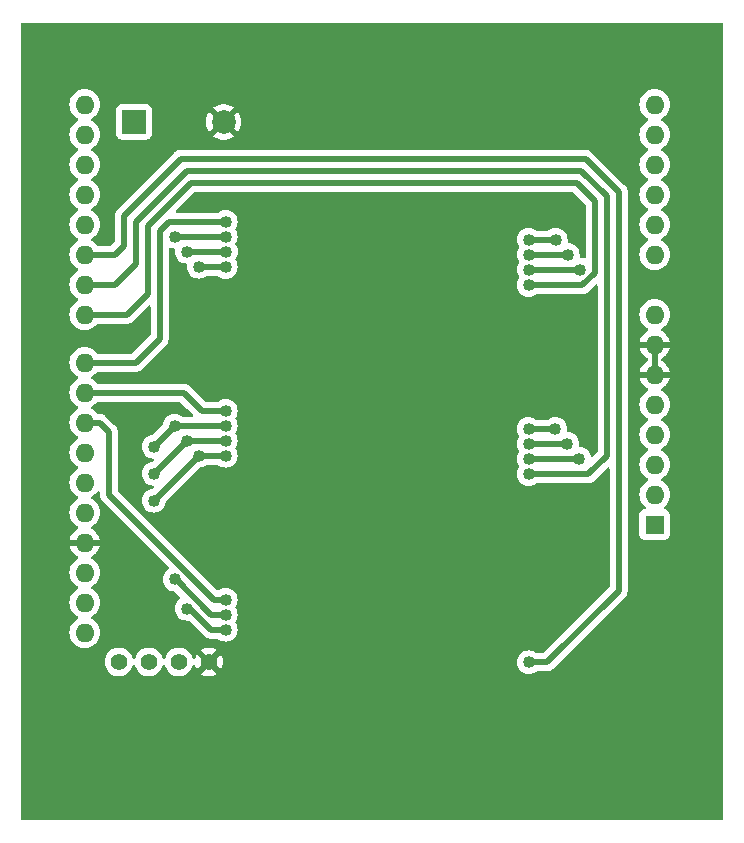
<source format=gbr>
%TF.GenerationSoftware,KiCad,Pcbnew,8.0.6*%
%TF.CreationDate,2025-01-14T16:55:08+01:00*%
%TF.ProjectId,Receptor Laser,52656365-7074-46f7-9220-4c617365722e,rev?*%
%TF.SameCoordinates,Original*%
%TF.FileFunction,Copper,L2,Bot*%
%TF.FilePolarity,Positive*%
%FSLAX46Y46*%
G04 Gerber Fmt 4.6, Leading zero omitted, Abs format (unit mm)*
G04 Created by KiCad (PCBNEW 8.0.6) date 2025-01-14 16:55:08*
%MOMM*%
%LPD*%
G01*
G04 APERTURE LIST*
%TA.AperFunction,ComponentPad*%
%ADD10R,2.000000X2.000000*%
%TD*%
%TA.AperFunction,ComponentPad*%
%ADD11C,2.000000*%
%TD*%
%TA.AperFunction,ComponentPad*%
%ADD12C,1.400000*%
%TD*%
%TA.AperFunction,ComponentPad*%
%ADD13R,1.600000X1.600000*%
%TD*%
%TA.AperFunction,ComponentPad*%
%ADD14O,1.600000X1.600000*%
%TD*%
%TA.AperFunction,ViaPad*%
%ADD15C,1.016000*%
%TD*%
%TA.AperFunction,Conductor*%
%ADD16C,0.508000*%
%TD*%
G04 APERTURE END LIST*
D10*
%TO.P,BZ1,1,-*%
%TO.N,/BUZZ*%
X52334000Y-72644000D03*
D11*
%TO.P,BZ1,2,+*%
%TO.N,GND*%
X59934000Y-72644000D03*
%TD*%
D12*
%TO.P,OLED1,1,SDA*%
%TO.N,/DISP_SDA*%
X51054000Y-118364000D03*
%TO.P,OLED1,2,SCL*%
%TO.N,/DISP_SCL*%
X53594000Y-118364000D03*
%TO.P,OLED1,3,VCC*%
%TO.N,+5V*%
X56134000Y-118364000D03*
%TO.P,OLED1,4,GND*%
%TO.N,GND*%
X58674000Y-118364000D03*
%TD*%
D13*
%TO.P,UNO1,1,NC*%
%TO.N,unconnected-(UNO1-NC-Pad1)*%
X96426000Y-106752000D03*
D14*
%TO.P,UNO1,2,IOREF*%
%TO.N,unconnected-(UNO1-IOREF-Pad2)*%
X96426000Y-104212000D03*
%TO.P,UNO1,3,~{RESET}*%
%TO.N,unconnected-(UNO1-~{RESET}-Pad3)*%
X96426000Y-101672000D03*
%TO.P,UNO1,4,3V3*%
%TO.N,unconnected-(UNO1-3V3-Pad4)*%
X96426000Y-99132000D03*
%TO.P,UNO1,5,+5V*%
%TO.N,+5V*%
X96426000Y-96592000D03*
%TO.P,UNO1,6,GND*%
%TO.N,GND*%
X96426000Y-94052000D03*
%TO.P,UNO1,7,GND*%
X96426000Y-91512000D03*
%TO.P,UNO1,8,VIN*%
%TO.N,unconnected-(UNO1-VIN-Pad8)*%
X96426000Y-88972000D03*
%TO.P,UNO1,9,A0*%
%TO.N,unconnected-(UNO1-A0-Pad9)*%
X96426000Y-83892000D03*
%TO.P,UNO1,10,A1*%
%TO.N,unconnected-(UNO1-A1-Pad10)*%
X96426000Y-81352000D03*
%TO.P,UNO1,11,A2*%
%TO.N,unconnected-(UNO1-A2-Pad11)*%
X96426000Y-78812000D03*
%TO.P,UNO1,12,A3*%
%TO.N,unconnected-(UNO1-A3-Pad12)*%
X96426000Y-76272000D03*
%TO.P,UNO1,13,SDA/A4*%
%TO.N,unconnected-(UNO1-SDA{slash}A4-Pad13)*%
X96426000Y-73732000D03*
%TO.P,UNO1,14,SCL/A5*%
%TO.N,unconnected-(UNO1-SCL{slash}A5-Pad14)*%
X96426000Y-71192000D03*
%TO.P,UNO1,15,D0/RX*%
%TO.N,unconnected-(UNO1-D0{slash}RX-Pad15)*%
X48166000Y-71192000D03*
%TO.P,UNO1,16,D1/TX*%
%TO.N,unconnected-(UNO1-D1{slash}TX-Pad16)*%
X48166000Y-73732000D03*
%TO.P,UNO1,17,D2*%
%TO.N,unconnected-(UNO1-D2-Pad17)*%
X48166000Y-76272000D03*
%TO.P,UNO1,18,D3*%
%TO.N,/BUZZ*%
X48166000Y-78812000D03*
%TO.P,UNO1,19,D4*%
%TO.N,unconnected-(UNO1-D4-Pad19)*%
X48166000Y-81352000D03*
%TO.P,UNO1,20,D5*%
%TO.N,/CS6*%
X48166000Y-83892000D03*
%TO.P,UNO1,21,D6*%
%TO.N,/CS5*%
X48166000Y-86432000D03*
%TO.P,UNO1,22,D7*%
%TO.N,/CS4*%
X48166000Y-88972000D03*
%TO.P,UNO1,23,D8*%
%TO.N,/CS3*%
X48166000Y-93032000D03*
%TO.P,UNO1,24,D9*%
%TO.N,/CS2*%
X48166000Y-95572000D03*
%TO.P,UNO1,25,D10*%
%TO.N,/CS1*%
X48166000Y-98112000D03*
%TO.P,UNO1,26,D11*%
%TO.N,/MOSI*%
X48166000Y-100652000D03*
%TO.P,UNO1,27,D12*%
%TO.N,/MISO*%
X48166000Y-103192000D03*
%TO.P,UNO1,28,D13*%
%TO.N,/CLK*%
X48166000Y-105732000D03*
%TO.P,UNO1,29,GND*%
%TO.N,GND*%
X48166000Y-108272000D03*
%TO.P,UNO1,30,AREF*%
%TO.N,unconnected-(UNO1-AREF-Pad30)*%
X48166000Y-110812000D03*
%TO.P,UNO1,31,SDA/A4*%
%TO.N,/DISP_SDA*%
X48166000Y-113352000D03*
%TO.P,UNO1,32,SCL/A5*%
%TO.N,/DISP_SCL*%
X48166000Y-115892000D03*
%TD*%
D15*
%TO.N,/MOSI*%
X85758000Y-85158000D03*
X55786000Y-111393000D03*
X55786000Y-82364000D03*
X55786000Y-98366000D03*
X60104000Y-98366000D03*
X90076000Y-85158000D03*
X85758000Y-101187000D03*
X60104000Y-114368000D03*
X54008000Y-100144000D03*
X60091000Y-82364000D03*
X90049000Y-101187000D03*
%TO.N,/MISO*%
X89060000Y-83888000D03*
X60104000Y-115638000D03*
X85758000Y-99917000D03*
X56802000Y-113860000D03*
X54008000Y-102430000D03*
X56802000Y-83634000D03*
X60104000Y-99636000D03*
X85758000Y-83888000D03*
X60117000Y-83647000D03*
X89033000Y-99917000D03*
X56802000Y-99636000D03*
%TO.N,/CS3*%
X60104000Y-81107000D03*
%TO.N,/CLK*%
X85758000Y-82618000D03*
X88044000Y-82618000D03*
X60104000Y-84917000D03*
X85758000Y-98647000D03*
X57818000Y-100906000D03*
X54008000Y-104716000D03*
X60104000Y-100906000D03*
X57818000Y-84904000D03*
X88017000Y-98647000D03*
%TO.N,GND*%
X78232000Y-107188000D03*
X67564000Y-92202000D03*
X78232000Y-91186000D03*
X67564000Y-123190000D03*
X67564000Y-108204000D03*
X78232000Y-122174000D03*
%TO.N,/CS5*%
X85758000Y-102457000D03*
%TO.N,/CS6*%
X85758000Y-118402000D03*
%TO.N,/CS1*%
X60104000Y-113107000D03*
%TO.N,/CS2*%
X60104000Y-97107000D03*
%TO.N,/CS4*%
X85758000Y-86457000D03*
%TD*%
D16*
%TO.N,/MOSI*%
X54008000Y-100144000D02*
X55786000Y-98366000D01*
X60091000Y-82364000D02*
X55786000Y-82364000D01*
X55859000Y-111393000D02*
X58834000Y-114368000D01*
X55786000Y-111393000D02*
X55859000Y-111393000D01*
X60104000Y-98366000D02*
X55786000Y-98366000D01*
X85758000Y-85158000D02*
X90076000Y-85158000D01*
X58834000Y-114368000D02*
X60104000Y-114368000D01*
X90049000Y-101187000D02*
X85758000Y-101187000D01*
%TO.N,/MISO*%
X89033000Y-99917000D02*
X85758000Y-99917000D01*
X85758000Y-83888000D02*
X89060000Y-83888000D01*
X56802000Y-83634000D02*
X60104000Y-83634000D01*
X57056000Y-113860000D02*
X58834000Y-115638000D01*
X58834000Y-115638000D02*
X60104000Y-115638000D01*
X56802000Y-99636000D02*
X60104000Y-99636000D01*
X60104000Y-83634000D02*
X60117000Y-83647000D01*
X56802000Y-113860000D02*
X57056000Y-113860000D01*
X54008000Y-102430000D02*
X56802000Y-99636000D01*
%TO.N,/CS3*%
X52484000Y-93032000D02*
X48166000Y-93032000D01*
X54516000Y-91000000D02*
X52484000Y-93032000D01*
X60104000Y-81107000D02*
X55265000Y-81107000D01*
X54516000Y-81856000D02*
X54516000Y-91000000D01*
X55265000Y-81107000D02*
X54516000Y-81856000D01*
%TO.N,/CLK*%
X60091000Y-84904000D02*
X60104000Y-84917000D01*
X57818000Y-84904000D02*
X60091000Y-84904000D01*
X85758000Y-82618000D02*
X88044000Y-82618000D01*
X88017000Y-98647000D02*
X85758000Y-98647000D01*
X57818000Y-100906000D02*
X60104000Y-100906000D01*
X54008000Y-104716000D02*
X57818000Y-100906000D01*
%TO.N,/CS5*%
X90203000Y-76776000D02*
X56802000Y-76776000D01*
X52484000Y-81094000D02*
X52484000Y-84650000D01*
X50702000Y-86432000D02*
X48166000Y-86432000D01*
X85758000Y-102457000D02*
X90811000Y-102457000D01*
X52484000Y-84650000D02*
X50702000Y-86432000D01*
X92362000Y-78935000D02*
X90203000Y-76776000D01*
X92362000Y-100906000D02*
X92362000Y-78935000D01*
X56802000Y-76776000D02*
X52484000Y-81094000D01*
X90811000Y-102457000D02*
X92362000Y-100906000D01*
%TO.N,/CS6*%
X87312000Y-118402000D02*
X93378000Y-112336000D01*
X51468000Y-83126000D02*
X50702000Y-83892000D01*
X93378000Y-78554000D02*
X90584000Y-75760000D01*
X90584000Y-75760000D02*
X56294000Y-75760000D01*
X56294000Y-75760000D02*
X51468000Y-80586000D01*
X51468000Y-80586000D02*
X51468000Y-83126000D01*
X50702000Y-83892000D02*
X48166000Y-83892000D01*
X85758000Y-118402000D02*
X87312000Y-118402000D01*
X93378000Y-112336000D02*
X93378000Y-78554000D01*
%TO.N,/CS1*%
X59097000Y-113107000D02*
X50198000Y-104208000D01*
X50198000Y-104208000D02*
X50198000Y-98874000D01*
X50198000Y-98874000D02*
X49436000Y-98112000D01*
X49436000Y-98112000D02*
X48166000Y-98112000D01*
X60104000Y-113107000D02*
X59097000Y-113107000D01*
%TO.N,/CS2*%
X60104000Y-97107000D02*
X58083000Y-97107000D01*
X56548000Y-95572000D02*
X48166000Y-95572000D01*
X58083000Y-97107000D02*
X56548000Y-95572000D01*
%TO.N,/CS4*%
X53500000Y-87190000D02*
X51718000Y-88972000D01*
X57183000Y-77792000D02*
X53500000Y-81475000D01*
X85758000Y-86457000D02*
X90301000Y-86457000D01*
X53500000Y-81475000D02*
X53500000Y-87190000D01*
X91346000Y-79316000D02*
X89822000Y-77792000D01*
X90301000Y-86457000D02*
X91346000Y-85412000D01*
X89822000Y-77792000D02*
X57183000Y-77792000D01*
X51718000Y-88972000D02*
X48166000Y-88972000D01*
X91346000Y-85412000D02*
X91346000Y-79316000D01*
%TD*%
%TA.AperFunction,Conductor*%
%TO.N,GND*%
G36*
X96676000Y-93618988D02*
G01*
X96618993Y-93586075D01*
X96491826Y-93552000D01*
X96360174Y-93552000D01*
X96233007Y-93586075D01*
X96176000Y-93618988D01*
X96176000Y-91945012D01*
X96233007Y-91977925D01*
X96360174Y-92012000D01*
X96491826Y-92012000D01*
X96618993Y-91977925D01*
X96676000Y-91945012D01*
X96676000Y-93618988D01*
G37*
%TD.AperFunction*%
%TA.AperFunction,Conductor*%
G36*
X102192539Y-64270185D02*
G01*
X102238294Y-64322989D01*
X102249500Y-64374500D01*
X102249500Y-131625500D01*
X102229815Y-131692539D01*
X102177011Y-131738294D01*
X102125500Y-131749500D01*
X42874500Y-131749500D01*
X42807461Y-131729815D01*
X42761706Y-131677011D01*
X42750500Y-131625500D01*
X42750500Y-118363999D01*
X49848357Y-118363999D01*
X49848357Y-118364000D01*
X49868884Y-118585535D01*
X49868885Y-118585537D01*
X49929769Y-118799523D01*
X49929775Y-118799538D01*
X50028938Y-118998683D01*
X50028943Y-118998691D01*
X50163020Y-119176238D01*
X50327437Y-119326123D01*
X50327439Y-119326125D01*
X50516595Y-119443245D01*
X50516596Y-119443245D01*
X50516599Y-119443247D01*
X50724060Y-119523618D01*
X50942757Y-119564500D01*
X50942759Y-119564500D01*
X51165241Y-119564500D01*
X51165243Y-119564500D01*
X51383940Y-119523618D01*
X51591401Y-119443247D01*
X51780562Y-119326124D01*
X51944981Y-119176236D01*
X52079058Y-118998689D01*
X52178229Y-118799528D01*
X52204734Y-118706371D01*
X52242013Y-118647278D01*
X52305323Y-118617721D01*
X52374562Y-118627083D01*
X52427749Y-118672393D01*
X52443266Y-118706372D01*
X52469769Y-118799523D01*
X52469775Y-118799538D01*
X52568938Y-118998683D01*
X52568943Y-118998691D01*
X52703020Y-119176238D01*
X52867437Y-119326123D01*
X52867439Y-119326125D01*
X53056595Y-119443245D01*
X53056596Y-119443245D01*
X53056599Y-119443247D01*
X53264060Y-119523618D01*
X53482757Y-119564500D01*
X53482759Y-119564500D01*
X53705241Y-119564500D01*
X53705243Y-119564500D01*
X53923940Y-119523618D01*
X54131401Y-119443247D01*
X54320562Y-119326124D01*
X54484981Y-119176236D01*
X54619058Y-118998689D01*
X54718229Y-118799528D01*
X54744734Y-118706371D01*
X54782013Y-118647278D01*
X54845323Y-118617721D01*
X54914562Y-118627083D01*
X54967749Y-118672393D01*
X54983266Y-118706372D01*
X55009769Y-118799523D01*
X55009775Y-118799538D01*
X55108938Y-118998683D01*
X55108943Y-118998691D01*
X55243020Y-119176238D01*
X55407437Y-119326123D01*
X55407439Y-119326125D01*
X55596595Y-119443245D01*
X55596596Y-119443245D01*
X55596599Y-119443247D01*
X55804060Y-119523618D01*
X56022757Y-119564500D01*
X56022759Y-119564500D01*
X56245241Y-119564500D01*
X56245243Y-119564500D01*
X56463940Y-119523618D01*
X56671401Y-119443247D01*
X56860562Y-119326124D01*
X57024981Y-119176236D01*
X57159058Y-118998689D01*
X57258229Y-118799528D01*
X57284995Y-118705455D01*
X57322272Y-118646367D01*
X57385581Y-118616809D01*
X57454821Y-118626171D01*
X57508007Y-118671480D01*
X57523525Y-118705460D01*
X57550236Y-118799342D01*
X57550239Y-118799348D01*
X57649369Y-118998428D01*
X57665137Y-119019308D01*
X57665138Y-119019308D01*
X58191037Y-118493409D01*
X58208075Y-118556993D01*
X58273901Y-118671007D01*
X58366993Y-118764099D01*
X58481007Y-118829925D01*
X58544590Y-118846962D01*
X58020672Y-119370879D01*
X58020672Y-119370880D01*
X58136821Y-119442797D01*
X58136822Y-119442798D01*
X58344195Y-119523134D01*
X58562807Y-119564000D01*
X58785193Y-119564000D01*
X59003809Y-119523133D01*
X59211168Y-119442801D01*
X59211181Y-119442795D01*
X59327326Y-119370879D01*
X58803410Y-118846962D01*
X58866993Y-118829925D01*
X58981007Y-118764099D01*
X59074099Y-118671007D01*
X59139925Y-118556993D01*
X59156962Y-118493409D01*
X59682861Y-119019308D01*
X59698631Y-118998425D01*
X59698633Y-118998422D01*
X59797759Y-118799350D01*
X59858621Y-118585439D01*
X59879141Y-118364000D01*
X59879141Y-118363999D01*
X59858621Y-118142560D01*
X59797759Y-117928649D01*
X59698635Y-117729580D01*
X59698630Y-117729572D01*
X59682860Y-117708690D01*
X59156962Y-118234589D01*
X59139925Y-118171007D01*
X59074099Y-118056993D01*
X58981007Y-117963901D01*
X58866993Y-117898075D01*
X58803409Y-117881037D01*
X59327327Y-117357119D01*
X59211178Y-117285202D01*
X59211177Y-117285201D01*
X59003804Y-117204865D01*
X58785193Y-117164000D01*
X58562807Y-117164000D01*
X58344195Y-117204865D01*
X58136824Y-117285200D01*
X58136823Y-117285201D01*
X58020671Y-117357119D01*
X58544590Y-117881037D01*
X58481007Y-117898075D01*
X58366993Y-117963901D01*
X58273901Y-118056993D01*
X58208075Y-118171007D01*
X58191037Y-118234590D01*
X57665138Y-117708691D01*
X57665137Y-117708691D01*
X57649368Y-117729574D01*
X57550239Y-117928651D01*
X57550237Y-117928655D01*
X57523525Y-118022540D01*
X57486246Y-118081633D01*
X57422936Y-118111190D01*
X57353697Y-118101828D01*
X57300510Y-118056518D01*
X57284994Y-118022541D01*
X57258229Y-117928472D01*
X57226126Y-117864000D01*
X57159061Y-117729316D01*
X57159056Y-117729308D01*
X57024979Y-117551761D01*
X56860562Y-117401876D01*
X56860560Y-117401874D01*
X56671404Y-117284754D01*
X56671398Y-117284752D01*
X56463940Y-117204382D01*
X56245243Y-117163500D01*
X56022757Y-117163500D01*
X55804060Y-117204382D01*
X55672864Y-117255207D01*
X55596601Y-117284752D01*
X55596595Y-117284754D01*
X55407439Y-117401874D01*
X55407437Y-117401876D01*
X55243020Y-117551761D01*
X55108943Y-117729308D01*
X55108938Y-117729316D01*
X55009775Y-117928461D01*
X55009769Y-117928476D01*
X54983266Y-118021627D01*
X54945987Y-118080721D01*
X54882677Y-118110278D01*
X54813438Y-118100916D01*
X54760251Y-118055606D01*
X54744734Y-118021627D01*
X54718230Y-117928476D01*
X54718229Y-117928472D01*
X54686126Y-117864000D01*
X54619061Y-117729316D01*
X54619056Y-117729308D01*
X54484979Y-117551761D01*
X54320562Y-117401876D01*
X54320560Y-117401874D01*
X54131404Y-117284754D01*
X54131398Y-117284752D01*
X53923940Y-117204382D01*
X53705243Y-117163500D01*
X53482757Y-117163500D01*
X53264060Y-117204382D01*
X53132864Y-117255207D01*
X53056601Y-117284752D01*
X53056595Y-117284754D01*
X52867439Y-117401874D01*
X52867437Y-117401876D01*
X52703020Y-117551761D01*
X52568943Y-117729308D01*
X52568938Y-117729316D01*
X52469775Y-117928461D01*
X52469769Y-117928476D01*
X52443266Y-118021627D01*
X52405987Y-118080721D01*
X52342677Y-118110278D01*
X52273438Y-118100916D01*
X52220251Y-118055606D01*
X52204734Y-118021627D01*
X52178230Y-117928476D01*
X52178229Y-117928472D01*
X52146126Y-117864000D01*
X52079061Y-117729316D01*
X52079056Y-117729308D01*
X51944979Y-117551761D01*
X51780562Y-117401876D01*
X51780560Y-117401874D01*
X51591404Y-117284754D01*
X51591398Y-117284752D01*
X51383940Y-117204382D01*
X51165243Y-117163500D01*
X50942757Y-117163500D01*
X50724060Y-117204382D01*
X50592864Y-117255207D01*
X50516601Y-117284752D01*
X50516595Y-117284754D01*
X50327439Y-117401874D01*
X50327437Y-117401876D01*
X50163020Y-117551761D01*
X50028943Y-117729308D01*
X50028938Y-117729316D01*
X49929775Y-117928461D01*
X49929769Y-117928476D01*
X49868885Y-118142462D01*
X49868884Y-118142464D01*
X49848357Y-118363999D01*
X42750500Y-118363999D01*
X42750500Y-71191998D01*
X46860532Y-71191998D01*
X46860532Y-71192001D01*
X46880364Y-71418686D01*
X46880366Y-71418697D01*
X46939258Y-71638488D01*
X46939261Y-71638497D01*
X47035431Y-71844732D01*
X47035432Y-71844734D01*
X47165954Y-72031141D01*
X47326858Y-72192045D01*
X47326861Y-72192047D01*
X47513266Y-72322568D01*
X47571275Y-72349618D01*
X47623714Y-72395791D01*
X47642866Y-72462984D01*
X47622650Y-72529865D01*
X47571275Y-72574382D01*
X47513267Y-72601431D01*
X47513265Y-72601432D01*
X47326858Y-72731954D01*
X47165954Y-72892858D01*
X47035432Y-73079265D01*
X47035431Y-73079267D01*
X46939261Y-73285502D01*
X46939258Y-73285511D01*
X46880366Y-73505302D01*
X46880364Y-73505313D01*
X46860532Y-73731998D01*
X46860532Y-73732001D01*
X46880364Y-73958686D01*
X46880366Y-73958697D01*
X46939258Y-74178488D01*
X46939261Y-74178497D01*
X47035431Y-74384732D01*
X47035432Y-74384734D01*
X47165954Y-74571141D01*
X47326858Y-74732045D01*
X47326861Y-74732047D01*
X47513266Y-74862568D01*
X47571275Y-74889618D01*
X47623714Y-74935791D01*
X47642866Y-75002984D01*
X47622650Y-75069865D01*
X47571275Y-75114382D01*
X47513267Y-75141431D01*
X47513265Y-75141432D01*
X47326858Y-75271954D01*
X47165954Y-75432858D01*
X47035432Y-75619265D01*
X47035431Y-75619267D01*
X46939261Y-75825502D01*
X46939258Y-75825511D01*
X46880366Y-76045302D01*
X46880364Y-76045313D01*
X46860532Y-76271998D01*
X46860532Y-76272001D01*
X46880364Y-76498686D01*
X46880366Y-76498697D01*
X46939258Y-76718488D01*
X46939261Y-76718497D01*
X47035431Y-76924732D01*
X47035432Y-76924734D01*
X47165954Y-77111141D01*
X47326858Y-77272045D01*
X47326861Y-77272047D01*
X47513266Y-77402568D01*
X47571275Y-77429618D01*
X47623714Y-77475791D01*
X47642866Y-77542984D01*
X47622650Y-77609865D01*
X47571275Y-77654382D01*
X47513267Y-77681431D01*
X47513265Y-77681432D01*
X47326858Y-77811954D01*
X47165954Y-77972858D01*
X47035432Y-78159265D01*
X47035431Y-78159267D01*
X46939261Y-78365502D01*
X46939258Y-78365511D01*
X46880366Y-78585302D01*
X46880364Y-78585313D01*
X46860532Y-78811998D01*
X46860532Y-78812001D01*
X46880364Y-79038686D01*
X46880366Y-79038697D01*
X46939258Y-79258488D01*
X46939261Y-79258497D01*
X47035431Y-79464732D01*
X47035432Y-79464734D01*
X47165954Y-79651141D01*
X47326858Y-79812045D01*
X47326861Y-79812047D01*
X47513266Y-79942568D01*
X47571275Y-79969618D01*
X47623714Y-80015791D01*
X47642866Y-80082984D01*
X47622650Y-80149865D01*
X47571275Y-80194382D01*
X47513267Y-80221431D01*
X47513265Y-80221432D01*
X47326858Y-80351954D01*
X47165954Y-80512858D01*
X47035432Y-80699265D01*
X47035431Y-80699267D01*
X46939261Y-80905502D01*
X46939258Y-80905511D01*
X46880366Y-81125302D01*
X46880364Y-81125313D01*
X46860532Y-81351998D01*
X46860532Y-81352001D01*
X46880364Y-81578686D01*
X46880366Y-81578697D01*
X46939258Y-81798488D01*
X46939261Y-81798497D01*
X47035431Y-82004732D01*
X47035432Y-82004734D01*
X47165954Y-82191141D01*
X47326858Y-82352045D01*
X47326861Y-82352047D01*
X47513266Y-82482568D01*
X47571275Y-82509618D01*
X47623714Y-82555791D01*
X47642866Y-82622984D01*
X47622650Y-82689865D01*
X47571275Y-82734382D01*
X47513267Y-82761431D01*
X47513265Y-82761432D01*
X47326858Y-82891954D01*
X47165954Y-83052858D01*
X47035432Y-83239265D01*
X47035431Y-83239267D01*
X46939261Y-83445502D01*
X46939258Y-83445511D01*
X46880366Y-83665302D01*
X46880364Y-83665313D01*
X46860532Y-83891998D01*
X46860532Y-83892001D01*
X46880364Y-84118686D01*
X46880366Y-84118697D01*
X46939258Y-84338488D01*
X46939261Y-84338497D01*
X47035431Y-84544732D01*
X47035432Y-84544734D01*
X47165954Y-84731141D01*
X47326858Y-84892045D01*
X47326861Y-84892047D01*
X47513266Y-85022568D01*
X47571275Y-85049618D01*
X47623714Y-85095791D01*
X47642866Y-85162984D01*
X47622650Y-85229865D01*
X47571275Y-85274382D01*
X47513267Y-85301431D01*
X47513265Y-85301432D01*
X47326858Y-85431954D01*
X47165954Y-85592858D01*
X47035432Y-85779265D01*
X47035431Y-85779267D01*
X46939261Y-85985502D01*
X46939258Y-85985511D01*
X46880366Y-86205302D01*
X46880364Y-86205313D01*
X46860532Y-86431998D01*
X46860532Y-86432001D01*
X46880364Y-86658686D01*
X46880366Y-86658697D01*
X46939258Y-86878488D01*
X46939261Y-86878497D01*
X47035431Y-87084732D01*
X47035432Y-87084734D01*
X47165954Y-87271141D01*
X47326858Y-87432045D01*
X47373693Y-87464839D01*
X47513266Y-87562568D01*
X47571275Y-87589618D01*
X47623714Y-87635791D01*
X47642866Y-87702984D01*
X47622650Y-87769865D01*
X47571275Y-87814382D01*
X47513267Y-87841431D01*
X47513265Y-87841432D01*
X47326858Y-87971954D01*
X47165954Y-88132858D01*
X47035432Y-88319265D01*
X47035431Y-88319267D01*
X46939261Y-88525502D01*
X46939258Y-88525511D01*
X46880366Y-88745302D01*
X46880364Y-88745313D01*
X46860532Y-88971998D01*
X46860532Y-88972001D01*
X46880364Y-89198686D01*
X46880366Y-89198697D01*
X46939258Y-89418488D01*
X46939261Y-89418497D01*
X47035431Y-89624732D01*
X47035432Y-89624734D01*
X47165954Y-89811141D01*
X47326858Y-89972045D01*
X47326861Y-89972047D01*
X47513266Y-90102568D01*
X47719504Y-90198739D01*
X47939308Y-90257635D01*
X48101230Y-90271801D01*
X48165998Y-90277468D01*
X48166000Y-90277468D01*
X48166002Y-90277468D01*
X48222673Y-90272509D01*
X48392692Y-90257635D01*
X48612496Y-90198739D01*
X48818734Y-90102568D01*
X49005139Y-89972047D01*
X49166047Y-89811139D01*
X49188287Y-89779377D01*
X49242863Y-89735752D01*
X49289862Y-89726500D01*
X51637554Y-89726500D01*
X51637574Y-89726501D01*
X51643688Y-89726501D01*
X51792314Y-89726501D01*
X51913894Y-89702315D01*
X51913894Y-89702316D01*
X51913900Y-89702313D01*
X51938080Y-89697505D01*
X51973942Y-89682649D01*
X51994944Y-89673951D01*
X51994947Y-89673949D01*
X51994955Y-89673946D01*
X52075389Y-89640630D01*
X52198966Y-89558059D01*
X53549819Y-88207204D01*
X53611142Y-88173720D01*
X53680833Y-88178704D01*
X53736767Y-88220575D01*
X53761184Y-88286040D01*
X53761500Y-88294886D01*
X53761500Y-90636113D01*
X53741815Y-90703152D01*
X53725181Y-90723794D01*
X52207794Y-92241181D01*
X52146471Y-92274666D01*
X52120113Y-92277500D01*
X49289862Y-92277500D01*
X49222823Y-92257815D01*
X49188287Y-92224623D01*
X49166045Y-92192858D01*
X49005141Y-92031954D01*
X48818734Y-91901432D01*
X48818732Y-91901431D01*
X48612497Y-91805261D01*
X48612488Y-91805258D01*
X48392697Y-91746366D01*
X48392693Y-91746365D01*
X48392692Y-91746365D01*
X48392691Y-91746364D01*
X48392686Y-91746364D01*
X48166002Y-91726532D01*
X48165998Y-91726532D01*
X47939313Y-91746364D01*
X47939302Y-91746366D01*
X47719511Y-91805258D01*
X47719502Y-91805261D01*
X47513267Y-91901431D01*
X47513265Y-91901432D01*
X47326858Y-92031954D01*
X47165954Y-92192858D01*
X47035432Y-92379265D01*
X47035431Y-92379267D01*
X46939261Y-92585502D01*
X46939258Y-92585511D01*
X46880366Y-92805302D01*
X46880364Y-92805313D01*
X46860532Y-93031998D01*
X46860532Y-93032001D01*
X46880364Y-93258686D01*
X46880366Y-93258697D01*
X46939258Y-93478488D01*
X46939261Y-93478497D01*
X47035431Y-93684732D01*
X47035432Y-93684734D01*
X47165954Y-93871141D01*
X47326858Y-94032045D01*
X47326861Y-94032047D01*
X47513266Y-94162568D01*
X47571275Y-94189618D01*
X47623714Y-94235791D01*
X47642866Y-94302984D01*
X47622650Y-94369865D01*
X47571275Y-94414382D01*
X47513267Y-94441431D01*
X47513265Y-94441432D01*
X47326858Y-94571954D01*
X47165954Y-94732858D01*
X47035432Y-94919265D01*
X47035431Y-94919267D01*
X46939261Y-95125502D01*
X46939258Y-95125511D01*
X46880366Y-95345302D01*
X46880364Y-95345313D01*
X46860532Y-95571998D01*
X46860532Y-95572001D01*
X46880364Y-95798686D01*
X46880366Y-95798697D01*
X46939258Y-96018488D01*
X46939261Y-96018497D01*
X47035431Y-96224732D01*
X47035432Y-96224734D01*
X47165954Y-96411141D01*
X47326858Y-96572045D01*
X47373693Y-96604839D01*
X47513266Y-96702568D01*
X47548925Y-96719196D01*
X47571275Y-96729618D01*
X47623714Y-96775791D01*
X47642866Y-96842984D01*
X47622650Y-96909865D01*
X47571275Y-96954382D01*
X47513267Y-96981431D01*
X47513265Y-96981432D01*
X47326858Y-97111954D01*
X47165954Y-97272858D01*
X47035432Y-97459265D01*
X47035431Y-97459267D01*
X46939261Y-97665502D01*
X46939258Y-97665511D01*
X46880366Y-97885302D01*
X46880364Y-97885313D01*
X46860532Y-98111998D01*
X46860532Y-98112001D01*
X46880364Y-98338686D01*
X46880366Y-98338697D01*
X46939258Y-98558488D01*
X46939261Y-98558497D01*
X47035431Y-98764732D01*
X47035432Y-98764734D01*
X47165954Y-98951141D01*
X47326858Y-99112045D01*
X47361755Y-99136480D01*
X47513266Y-99242568D01*
X47571275Y-99269618D01*
X47623714Y-99315791D01*
X47642866Y-99382984D01*
X47622650Y-99449865D01*
X47571275Y-99494382D01*
X47513267Y-99521431D01*
X47513265Y-99521432D01*
X47326858Y-99651954D01*
X47165954Y-99812858D01*
X47035432Y-99999265D01*
X47035431Y-99999267D01*
X46939261Y-100205502D01*
X46939258Y-100205511D01*
X46880366Y-100425302D01*
X46880364Y-100425313D01*
X46860532Y-100651998D01*
X46860532Y-100652001D01*
X46880364Y-100878686D01*
X46880366Y-100878697D01*
X46939258Y-101098488D01*
X46939261Y-101098497D01*
X47035431Y-101304732D01*
X47035432Y-101304734D01*
X47165954Y-101491141D01*
X47326858Y-101652045D01*
X47367047Y-101680185D01*
X47513266Y-101782568D01*
X47571275Y-101809618D01*
X47623714Y-101855791D01*
X47642866Y-101922984D01*
X47622650Y-101989865D01*
X47571275Y-102034382D01*
X47513267Y-102061431D01*
X47513265Y-102061432D01*
X47326858Y-102191954D01*
X47165954Y-102352858D01*
X47035432Y-102539265D01*
X47035431Y-102539267D01*
X46939261Y-102745502D01*
X46939258Y-102745511D01*
X46880366Y-102965302D01*
X46880364Y-102965313D01*
X46860532Y-103191998D01*
X46860532Y-103192001D01*
X46880364Y-103418686D01*
X46880366Y-103418697D01*
X46939258Y-103638488D01*
X46939261Y-103638497D01*
X47035431Y-103844732D01*
X47035432Y-103844734D01*
X47165954Y-104031141D01*
X47326858Y-104192045D01*
X47373693Y-104224839D01*
X47513266Y-104322568D01*
X47571275Y-104349618D01*
X47623714Y-104395791D01*
X47642866Y-104462984D01*
X47622650Y-104529865D01*
X47571275Y-104574382D01*
X47513267Y-104601431D01*
X47513265Y-104601432D01*
X47326858Y-104731954D01*
X47165954Y-104892858D01*
X47035432Y-105079265D01*
X47035431Y-105079267D01*
X46939261Y-105285502D01*
X46939258Y-105285511D01*
X46880366Y-105505302D01*
X46880364Y-105505313D01*
X46860532Y-105731998D01*
X46860532Y-105732001D01*
X46880364Y-105958686D01*
X46880366Y-105958697D01*
X46939258Y-106178488D01*
X46939261Y-106178497D01*
X47035431Y-106384732D01*
X47035432Y-106384734D01*
X47165954Y-106571141D01*
X47326858Y-106732045D01*
X47326861Y-106732047D01*
X47513266Y-106862568D01*
X47571865Y-106889893D01*
X47624305Y-106936065D01*
X47643457Y-107003258D01*
X47623242Y-107070139D01*
X47571867Y-107114657D01*
X47513515Y-107141867D01*
X47327179Y-107272342D01*
X47166342Y-107433179D01*
X47035865Y-107619517D01*
X46939734Y-107825673D01*
X46939730Y-107825682D01*
X46887127Y-108021999D01*
X46887128Y-108022000D01*
X47732988Y-108022000D01*
X47700075Y-108079007D01*
X47666000Y-108206174D01*
X47666000Y-108337826D01*
X47700075Y-108464993D01*
X47732988Y-108522000D01*
X46887128Y-108522000D01*
X46939730Y-108718317D01*
X46939734Y-108718326D01*
X47035865Y-108924482D01*
X47166342Y-109110820D01*
X47327179Y-109271657D01*
X47513518Y-109402134D01*
X47513520Y-109402135D01*
X47571865Y-109429342D01*
X47624305Y-109475514D01*
X47643457Y-109542707D01*
X47623242Y-109609589D01*
X47571867Y-109654105D01*
X47513268Y-109681431D01*
X47513264Y-109681433D01*
X47326858Y-109811954D01*
X47165954Y-109972858D01*
X47035432Y-110159265D01*
X47035431Y-110159267D01*
X46939261Y-110365502D01*
X46939258Y-110365511D01*
X46880366Y-110585302D01*
X46880364Y-110585313D01*
X46860532Y-110811998D01*
X46860532Y-110812001D01*
X46880364Y-111038686D01*
X46880366Y-111038697D01*
X46939258Y-111258488D01*
X46939261Y-111258497D01*
X47035431Y-111464732D01*
X47035432Y-111464734D01*
X47165954Y-111651141D01*
X47326858Y-111812045D01*
X47326861Y-111812047D01*
X47513266Y-111942568D01*
X47542082Y-111956005D01*
X47571275Y-111969618D01*
X47623714Y-112015791D01*
X47642866Y-112082984D01*
X47622650Y-112149865D01*
X47571275Y-112194382D01*
X47513267Y-112221431D01*
X47513265Y-112221432D01*
X47326858Y-112351954D01*
X47165954Y-112512858D01*
X47035432Y-112699265D01*
X47035431Y-112699267D01*
X46939261Y-112905502D01*
X46939258Y-112905511D01*
X46880366Y-113125302D01*
X46880364Y-113125313D01*
X46860532Y-113351998D01*
X46860532Y-113352001D01*
X46880364Y-113578686D01*
X46880366Y-113578697D01*
X46939258Y-113798488D01*
X46939261Y-113798497D01*
X47035431Y-114004732D01*
X47035432Y-114004734D01*
X47165954Y-114191141D01*
X47326858Y-114352045D01*
X47326861Y-114352047D01*
X47513266Y-114482568D01*
X47571275Y-114509618D01*
X47623714Y-114555791D01*
X47642866Y-114622984D01*
X47622650Y-114689865D01*
X47571275Y-114734382D01*
X47513267Y-114761431D01*
X47513265Y-114761432D01*
X47326858Y-114891954D01*
X47165954Y-115052858D01*
X47035432Y-115239265D01*
X47035431Y-115239267D01*
X46939261Y-115445502D01*
X46939258Y-115445511D01*
X46880366Y-115665302D01*
X46880364Y-115665313D01*
X46860532Y-115891998D01*
X46860532Y-115892001D01*
X46880364Y-116118686D01*
X46880366Y-116118697D01*
X46939258Y-116338488D01*
X46939261Y-116338496D01*
X47035431Y-116544732D01*
X47035432Y-116544734D01*
X47165954Y-116731141D01*
X47326858Y-116892045D01*
X47326861Y-116892047D01*
X47513266Y-117022568D01*
X47719504Y-117118739D01*
X47939308Y-117177635D01*
X48101230Y-117191801D01*
X48165998Y-117197468D01*
X48166000Y-117197468D01*
X48166002Y-117197468D01*
X48222673Y-117192509D01*
X48392692Y-117177635D01*
X48612496Y-117118739D01*
X48818734Y-117022568D01*
X49005139Y-116892047D01*
X49166047Y-116731139D01*
X49296568Y-116544734D01*
X49392739Y-116338496D01*
X49451635Y-116118692D01*
X49471468Y-115892000D01*
X49451635Y-115665308D01*
X49392739Y-115445504D01*
X49296568Y-115239266D01*
X49179377Y-115071899D01*
X49166045Y-115052858D01*
X49005141Y-114891954D01*
X48818734Y-114761432D01*
X48818728Y-114761429D01*
X48760725Y-114734382D01*
X48708285Y-114688210D01*
X48689133Y-114621017D01*
X48709348Y-114554135D01*
X48760725Y-114509618D01*
X48818734Y-114482568D01*
X49005139Y-114352047D01*
X49166047Y-114191139D01*
X49296568Y-114004734D01*
X49392739Y-113798496D01*
X49451635Y-113578692D01*
X49471468Y-113352000D01*
X49451635Y-113125308D01*
X49392739Y-112905504D01*
X49296568Y-112699266D01*
X49166047Y-112512861D01*
X49166045Y-112512858D01*
X49005141Y-112351954D01*
X48818734Y-112221432D01*
X48818728Y-112221429D01*
X48760725Y-112194382D01*
X48708285Y-112148210D01*
X48689133Y-112081017D01*
X48709348Y-112014135D01*
X48760725Y-111969618D01*
X48818734Y-111942568D01*
X49005139Y-111812047D01*
X49166047Y-111651139D01*
X49296568Y-111464734D01*
X49392739Y-111258496D01*
X49451635Y-111038692D01*
X49471468Y-110812000D01*
X49451635Y-110585308D01*
X49392739Y-110365504D01*
X49296568Y-110159266D01*
X49166047Y-109972861D01*
X49166045Y-109972858D01*
X49005141Y-109811954D01*
X48818734Y-109681432D01*
X48818732Y-109681431D01*
X48807275Y-109676088D01*
X48760132Y-109654105D01*
X48707694Y-109607934D01*
X48688542Y-109540740D01*
X48708758Y-109473859D01*
X48760134Y-109429341D01*
X48818484Y-109402132D01*
X49004820Y-109271657D01*
X49165657Y-109110820D01*
X49296134Y-108924482D01*
X49392265Y-108718326D01*
X49392269Y-108718317D01*
X49444872Y-108522000D01*
X48599012Y-108522000D01*
X48631925Y-108464993D01*
X48666000Y-108337826D01*
X48666000Y-108206174D01*
X48631925Y-108079007D01*
X48599012Y-108022000D01*
X49444872Y-108022000D01*
X49444872Y-108021999D01*
X49392269Y-107825682D01*
X49392265Y-107825673D01*
X49296134Y-107619517D01*
X49165657Y-107433179D01*
X49004820Y-107272342D01*
X48818482Y-107141865D01*
X48760133Y-107114657D01*
X48707694Y-107068484D01*
X48688542Y-107001291D01*
X48708758Y-106934410D01*
X48760129Y-106889895D01*
X48818734Y-106862568D01*
X49005139Y-106732047D01*
X49166047Y-106571139D01*
X49296568Y-106384734D01*
X49392739Y-106178496D01*
X49451635Y-105958692D01*
X49471468Y-105732000D01*
X49469514Y-105709671D01*
X49456297Y-105558594D01*
X49451635Y-105505308D01*
X49392739Y-105285504D01*
X49296568Y-105079266D01*
X49166047Y-104892861D01*
X49166045Y-104892858D01*
X49005141Y-104731954D01*
X48818734Y-104601432D01*
X48818728Y-104601429D01*
X48760725Y-104574382D01*
X48708285Y-104528210D01*
X48689133Y-104461017D01*
X48709348Y-104394135D01*
X48760725Y-104349618D01*
X48818734Y-104322568D01*
X49005139Y-104192047D01*
X49166047Y-104031139D01*
X49217926Y-103957047D01*
X49272501Y-103913423D01*
X49341999Y-103906229D01*
X49404354Y-103937751D01*
X49439769Y-103997980D01*
X49443500Y-104028171D01*
X49443500Y-104128552D01*
X49443499Y-104128578D01*
X49443499Y-104282314D01*
X49464236Y-104386560D01*
X49464236Y-104386562D01*
X49472493Y-104428075D01*
X49472497Y-104428086D01*
X49485205Y-104458765D01*
X49486952Y-104462984D01*
X49496053Y-104484954D01*
X49496053Y-104484955D01*
X49509864Y-104518299D01*
X49529370Y-104565389D01*
X49553453Y-104601432D01*
X49611942Y-104688968D01*
X49611943Y-104688969D01*
X55267940Y-110344964D01*
X55301425Y-110406287D01*
X55296441Y-110475979D01*
X55254569Y-110531912D01*
X55238715Y-110542002D01*
X55222998Y-110550403D01*
X55222994Y-110550405D01*
X55069431Y-110676431D01*
X54943405Y-110829994D01*
X54943401Y-110830001D01*
X54849760Y-111005191D01*
X54792091Y-111195300D01*
X54772620Y-111393000D01*
X54792091Y-111590699D01*
X54849760Y-111780808D01*
X54943401Y-111955998D01*
X54943405Y-111956005D01*
X55069431Y-112109568D01*
X55222994Y-112235594D01*
X55223001Y-112235598D01*
X55398191Y-112329239D01*
X55398193Y-112329239D01*
X55398196Y-112329241D01*
X55588299Y-112386908D01*
X55588298Y-112386908D01*
X55609746Y-112389020D01*
X55763317Y-112404145D01*
X55828102Y-112430306D01*
X55838842Y-112439867D01*
X56239681Y-112840706D01*
X56273166Y-112902029D01*
X56268182Y-112971721D01*
X56230665Y-113024240D01*
X56085431Y-113143431D01*
X55959405Y-113296994D01*
X55959401Y-113297001D01*
X55865760Y-113472191D01*
X55808091Y-113662300D01*
X55788620Y-113860000D01*
X55808091Y-114057699D01*
X55865760Y-114247808D01*
X55959401Y-114422998D01*
X55959405Y-114423005D01*
X56085431Y-114576568D01*
X56238994Y-114702594D01*
X56239001Y-114702598D01*
X56414191Y-114796239D01*
X56414193Y-114796239D01*
X56414196Y-114796241D01*
X56604299Y-114853908D01*
X56604298Y-114853908D01*
X56623770Y-114855825D01*
X56802000Y-114873380D01*
X56926028Y-114861163D01*
X56994671Y-114874181D01*
X57025861Y-114896885D01*
X58243600Y-116114624D01*
X58243621Y-116114647D01*
X58353029Y-116224055D01*
X58353032Y-116224057D01*
X58353034Y-116224059D01*
X58435605Y-116279230D01*
X58476611Y-116306630D01*
X58553543Y-116338496D01*
X58613920Y-116363505D01*
X58626026Y-116365913D01*
X58626030Y-116365915D01*
X58626031Y-116365914D01*
X58759686Y-116392501D01*
X58759688Y-116392501D01*
X58914426Y-116392501D01*
X58914446Y-116392500D01*
X59389284Y-116392500D01*
X59456323Y-116412185D01*
X59467949Y-116420647D01*
X59540994Y-116480594D01*
X59541001Y-116480598D01*
X59716191Y-116574239D01*
X59716193Y-116574239D01*
X59716196Y-116574241D01*
X59906299Y-116631908D01*
X59906298Y-116631908D01*
X59924024Y-116633653D01*
X60104000Y-116651380D01*
X60301701Y-116631908D01*
X60491804Y-116574241D01*
X60667004Y-116480595D01*
X60820568Y-116354568D01*
X60946595Y-116201004D01*
X61040241Y-116025804D01*
X61097908Y-115835701D01*
X61117380Y-115638000D01*
X61097908Y-115440299D01*
X61040241Y-115250196D01*
X61040239Y-115250193D01*
X61040239Y-115250191D01*
X60946600Y-115075004D01*
X60944525Y-115071899D01*
X60943936Y-115070021D01*
X60943724Y-115069623D01*
X60943799Y-115069582D01*
X60923642Y-115005224D01*
X60942121Y-114937842D01*
X60944525Y-114934101D01*
X60946589Y-114931010D01*
X60946595Y-114931004D01*
X60976968Y-114874181D01*
X61040239Y-114755808D01*
X61040239Y-114755807D01*
X61040241Y-114755804D01*
X61097908Y-114565701D01*
X61117380Y-114368000D01*
X61097908Y-114170299D01*
X61040241Y-113980196D01*
X61040239Y-113980193D01*
X61040239Y-113980191D01*
X60943724Y-113799623D01*
X60945169Y-113798850D01*
X60926649Y-113739732D01*
X60944220Y-113675642D01*
X60943724Y-113675377D01*
X60944893Y-113673188D01*
X60945124Y-113672349D01*
X60946422Y-113670327D01*
X61040239Y-113494808D01*
X61040239Y-113494807D01*
X61040241Y-113494804D01*
X61097908Y-113304701D01*
X61117380Y-113107000D01*
X61097908Y-112909299D01*
X61040241Y-112719196D01*
X61040239Y-112719193D01*
X61040239Y-112719191D01*
X60946598Y-112544001D01*
X60946594Y-112543994D01*
X60820568Y-112390431D01*
X60667005Y-112264405D01*
X60666998Y-112264401D01*
X60491808Y-112170760D01*
X60396752Y-112141925D01*
X60301701Y-112113092D01*
X60301699Y-112113091D01*
X60301701Y-112113091D01*
X60104000Y-112093620D01*
X59906300Y-112113091D01*
X59716191Y-112170760D01*
X59541001Y-112264401D01*
X59540994Y-112264405D01*
X59507276Y-112292078D01*
X59442966Y-112319391D01*
X59374099Y-112307600D01*
X59340930Y-112283906D01*
X50988819Y-103931794D01*
X50955334Y-103870471D01*
X50952500Y-103844113D01*
X50952500Y-98954446D01*
X50952501Y-98954425D01*
X50952501Y-98799685D01*
X50923506Y-98653927D01*
X50923505Y-98653921D01*
X50920638Y-98647000D01*
X50895336Y-98585914D01*
X50866630Y-98516611D01*
X50835077Y-98469389D01*
X50835077Y-98469388D01*
X50784060Y-98393035D01*
X50784054Y-98393028D01*
X50674647Y-98283621D01*
X50674624Y-98283600D01*
X49916969Y-97525943D01*
X49916968Y-97525942D01*
X49870366Y-97494804D01*
X49793389Y-97443370D01*
X49793386Y-97443368D01*
X49793385Y-97443368D01*
X49712955Y-97410053D01*
X49656080Y-97386495D01*
X49631894Y-97381684D01*
X49510314Y-97357499D01*
X49510312Y-97357499D01*
X49361688Y-97357499D01*
X49355574Y-97357499D01*
X49355554Y-97357500D01*
X49289862Y-97357500D01*
X49222823Y-97337815D01*
X49188287Y-97304623D01*
X49166045Y-97272858D01*
X49005141Y-97111954D01*
X48818734Y-96981432D01*
X48818728Y-96981429D01*
X48760725Y-96954382D01*
X48708285Y-96908210D01*
X48689133Y-96841017D01*
X48709348Y-96774135D01*
X48760725Y-96729618D01*
X48818734Y-96702568D01*
X49005139Y-96572047D01*
X49166047Y-96411139D01*
X49188287Y-96379377D01*
X49242863Y-96335752D01*
X49289862Y-96326500D01*
X56184113Y-96326500D01*
X56251152Y-96346185D01*
X56271794Y-96362819D01*
X56863357Y-96954382D01*
X57308795Y-97399819D01*
X57342280Y-97461142D01*
X57337296Y-97530834D01*
X57295424Y-97586767D01*
X57229960Y-97611184D01*
X57221114Y-97611500D01*
X56500716Y-97611500D01*
X56433677Y-97591815D01*
X56422051Y-97583353D01*
X56349005Y-97523405D01*
X56348998Y-97523401D01*
X56173808Y-97429760D01*
X56031181Y-97386495D01*
X55983701Y-97372092D01*
X55983699Y-97372091D01*
X55983701Y-97372091D01*
X55786000Y-97352620D01*
X55588300Y-97372091D01*
X55398191Y-97429760D01*
X55223001Y-97523401D01*
X55222994Y-97523405D01*
X55069431Y-97649431D01*
X54943405Y-97802994D01*
X54943401Y-97803001D01*
X54849760Y-97978191D01*
X54792091Y-98168300D01*
X54782828Y-98262342D01*
X54756666Y-98327129D01*
X54747106Y-98337867D01*
X53979867Y-99105106D01*
X53918544Y-99138591D01*
X53904342Y-99140828D01*
X53810300Y-99150091D01*
X53620191Y-99207760D01*
X53445001Y-99301401D01*
X53444994Y-99301405D01*
X53291431Y-99427431D01*
X53165405Y-99580994D01*
X53165401Y-99581001D01*
X53071760Y-99756191D01*
X53014091Y-99946300D01*
X52994620Y-100144000D01*
X53014091Y-100341699D01*
X53071760Y-100531808D01*
X53165401Y-100706998D01*
X53165405Y-100707005D01*
X53291431Y-100860568D01*
X53444994Y-100986594D01*
X53445001Y-100986598D01*
X53620191Y-101080239D01*
X53620193Y-101080239D01*
X53620196Y-101080241D01*
X53810299Y-101137908D01*
X53934248Y-101150116D01*
X53999034Y-101176275D01*
X54039393Y-101233309D01*
X54042510Y-101303110D01*
X54009774Y-101361199D01*
X53979867Y-101391106D01*
X53918544Y-101424591D01*
X53904342Y-101426828D01*
X53810300Y-101436091D01*
X53620191Y-101493760D01*
X53445001Y-101587401D01*
X53444994Y-101587405D01*
X53291431Y-101713431D01*
X53165405Y-101866994D01*
X53165401Y-101867001D01*
X53071760Y-102042191D01*
X53014091Y-102232300D01*
X52994620Y-102430000D01*
X53014091Y-102627699D01*
X53071760Y-102817808D01*
X53165401Y-102992998D01*
X53165405Y-102993005D01*
X53291431Y-103146568D01*
X53444994Y-103272594D01*
X53445001Y-103272598D01*
X53620191Y-103366239D01*
X53620193Y-103366239D01*
X53620196Y-103366241D01*
X53810299Y-103423908D01*
X53934248Y-103436116D01*
X53999034Y-103462275D01*
X54039393Y-103519309D01*
X54042510Y-103589110D01*
X54009774Y-103647199D01*
X53979867Y-103677106D01*
X53918544Y-103710591D01*
X53904342Y-103712828D01*
X53810300Y-103722091D01*
X53620191Y-103779760D01*
X53445001Y-103873401D01*
X53444994Y-103873405D01*
X53291431Y-103999431D01*
X53165405Y-104152994D01*
X53165401Y-104153001D01*
X53071760Y-104328191D01*
X53014091Y-104518300D01*
X52994620Y-104716000D01*
X53014091Y-104913699D01*
X53071760Y-105103808D01*
X53165401Y-105278998D01*
X53165405Y-105279005D01*
X53291431Y-105432568D01*
X53444994Y-105558594D01*
X53445001Y-105558598D01*
X53620191Y-105652239D01*
X53620193Y-105652239D01*
X53620196Y-105652241D01*
X53810299Y-105709908D01*
X53810298Y-105709908D01*
X53828024Y-105711653D01*
X54008000Y-105729380D01*
X54205701Y-105709908D01*
X54395804Y-105652241D01*
X54571004Y-105558595D01*
X54724568Y-105432568D01*
X54850595Y-105279004D01*
X54944241Y-105103804D01*
X55001908Y-104913701D01*
X55011170Y-104819656D01*
X55037331Y-104754871D01*
X55046883Y-104744140D01*
X57846132Y-101944890D01*
X57907453Y-101911407D01*
X57921653Y-101909170D01*
X58015701Y-101899908D01*
X58205804Y-101842241D01*
X58243673Y-101822000D01*
X58317445Y-101782568D01*
X58381004Y-101748595D01*
X58454051Y-101688647D01*
X58518361Y-101661334D01*
X58532716Y-101660500D01*
X59389284Y-101660500D01*
X59456323Y-101680185D01*
X59467949Y-101688647D01*
X59540994Y-101748594D01*
X59541001Y-101748598D01*
X59716191Y-101842239D01*
X59716193Y-101842239D01*
X59716196Y-101842241D01*
X59906299Y-101899908D01*
X59906298Y-101899908D01*
X59924024Y-101901653D01*
X60104000Y-101919380D01*
X60301701Y-101899908D01*
X60491804Y-101842241D01*
X60529673Y-101822000D01*
X60603445Y-101782568D01*
X60667004Y-101748595D01*
X60820568Y-101622568D01*
X60946595Y-101469004D01*
X61040241Y-101293804D01*
X61097908Y-101103701D01*
X61117380Y-100906000D01*
X61097908Y-100708299D01*
X61040241Y-100518196D01*
X61040239Y-100518193D01*
X61040239Y-100518191D01*
X60946600Y-100343004D01*
X60944525Y-100339899D01*
X60943936Y-100338021D01*
X60943724Y-100337623D01*
X60943799Y-100337582D01*
X60923642Y-100273224D01*
X60942121Y-100205842D01*
X60944525Y-100202101D01*
X60946589Y-100199010D01*
X60946595Y-100199004D01*
X60957995Y-100177677D01*
X61040239Y-100023808D01*
X61040239Y-100023807D01*
X61040241Y-100023804D01*
X61097908Y-99833701D01*
X61117380Y-99636000D01*
X61097908Y-99438299D01*
X61040241Y-99248196D01*
X61040239Y-99248193D01*
X61040239Y-99248191D01*
X60946600Y-99073004D01*
X60944525Y-99069899D01*
X60943936Y-99068021D01*
X60943724Y-99067623D01*
X60943799Y-99067582D01*
X60923642Y-99003224D01*
X60942121Y-98935842D01*
X60944525Y-98932101D01*
X60946589Y-98929010D01*
X60946595Y-98929004D01*
X60957995Y-98907677D01*
X61040239Y-98753808D01*
X61040239Y-98753807D01*
X61040241Y-98753804D01*
X61097908Y-98563701D01*
X61117380Y-98366000D01*
X61097908Y-98168299D01*
X61040241Y-97978196D01*
X61040239Y-97978193D01*
X61040239Y-97978191D01*
X60943724Y-97797623D01*
X60945476Y-97796686D01*
X60927317Y-97738744D01*
X60944561Y-97675824D01*
X60943724Y-97675377D01*
X60945693Y-97671691D01*
X60945785Y-97671359D01*
X60946298Y-97670559D01*
X60948997Y-97665511D01*
X61023597Y-97525943D01*
X61040239Y-97494808D01*
X61040239Y-97494807D01*
X61040241Y-97494804D01*
X61097908Y-97304701D01*
X61117380Y-97107000D01*
X61097908Y-96909299D01*
X61040241Y-96719196D01*
X61040239Y-96719193D01*
X61040239Y-96719191D01*
X60946598Y-96544001D01*
X60946594Y-96543994D01*
X60820568Y-96390431D01*
X60667005Y-96264405D01*
X60666998Y-96264401D01*
X60491808Y-96170760D01*
X60396752Y-96141925D01*
X60301701Y-96113092D01*
X60301699Y-96113091D01*
X60301701Y-96113091D01*
X60104000Y-96093620D01*
X59906300Y-96113091D01*
X59716191Y-96170760D01*
X59541001Y-96264401D01*
X59540994Y-96264405D01*
X59467949Y-96324353D01*
X59403639Y-96351666D01*
X59389284Y-96352500D01*
X58446886Y-96352500D01*
X58379847Y-96332815D01*
X58359205Y-96316181D01*
X57028969Y-94985943D01*
X57028968Y-94985942D01*
X56987773Y-94958417D01*
X56905389Y-94903370D01*
X56905386Y-94903368D01*
X56905385Y-94903368D01*
X56824955Y-94870053D01*
X56768080Y-94846495D01*
X56743894Y-94841684D01*
X56622314Y-94817499D01*
X56622312Y-94817499D01*
X56473688Y-94817499D01*
X56467574Y-94817499D01*
X56467554Y-94817500D01*
X49289862Y-94817500D01*
X49222823Y-94797815D01*
X49188287Y-94764623D01*
X49166045Y-94732858D01*
X49005141Y-94571954D01*
X48818734Y-94441432D01*
X48818728Y-94441429D01*
X48760725Y-94414382D01*
X48708285Y-94368210D01*
X48689133Y-94301017D01*
X48709348Y-94234135D01*
X48760725Y-94189618D01*
X48818734Y-94162568D01*
X49005139Y-94032047D01*
X49166047Y-93871139D01*
X49188287Y-93839377D01*
X49242863Y-93795752D01*
X49289862Y-93786500D01*
X52403554Y-93786500D01*
X52403574Y-93786501D01*
X52409688Y-93786501D01*
X52558314Y-93786501D01*
X52679894Y-93762315D01*
X52679894Y-93762316D01*
X52679900Y-93762313D01*
X52704080Y-93757505D01*
X52739942Y-93742649D01*
X52760944Y-93733951D01*
X52760947Y-93733949D01*
X52760955Y-93733946D01*
X52841389Y-93700630D01*
X52964966Y-93618059D01*
X55102059Y-91480966D01*
X55184630Y-91357389D01*
X55241505Y-91220079D01*
X55270501Y-91074312D01*
X55270501Y-90925688D01*
X55270501Y-90920578D01*
X55270500Y-90920552D01*
X55270500Y-83428699D01*
X55290185Y-83361660D01*
X55342989Y-83315905D01*
X55412147Y-83305961D01*
X55430482Y-83310035D01*
X55588299Y-83357908D01*
X55690224Y-83367946D01*
X55755010Y-83394106D01*
X55795369Y-83451141D01*
X55801472Y-83503502D01*
X55788620Y-83633999D01*
X55808091Y-83831699D01*
X55865760Y-84021808D01*
X55959401Y-84196998D01*
X55959405Y-84197005D01*
X56085431Y-84350568D01*
X56238994Y-84476594D01*
X56239001Y-84476598D01*
X56414191Y-84570239D01*
X56414193Y-84570239D01*
X56414196Y-84570241D01*
X56604299Y-84627908D01*
X56706224Y-84637946D01*
X56771010Y-84664106D01*
X56811369Y-84721141D01*
X56817472Y-84773502D01*
X56804620Y-84903999D01*
X56824091Y-85101699D01*
X56881760Y-85291808D01*
X56975401Y-85466998D01*
X56975405Y-85467005D01*
X57101431Y-85620568D01*
X57254994Y-85746594D01*
X57255001Y-85746598D01*
X57430191Y-85840239D01*
X57430193Y-85840239D01*
X57430196Y-85840241D01*
X57620299Y-85897908D01*
X57620298Y-85897908D01*
X57638024Y-85899653D01*
X57818000Y-85917380D01*
X58015701Y-85897908D01*
X58205804Y-85840241D01*
X58381004Y-85746595D01*
X58454051Y-85686647D01*
X58518361Y-85659334D01*
X58532716Y-85658500D01*
X59373444Y-85658500D01*
X59440483Y-85678185D01*
X59452109Y-85686647D01*
X59540994Y-85759594D01*
X59541001Y-85759598D01*
X59716191Y-85853239D01*
X59716193Y-85853239D01*
X59716196Y-85853241D01*
X59906299Y-85910908D01*
X59906298Y-85910908D01*
X59924024Y-85912653D01*
X60104000Y-85930380D01*
X60301701Y-85910908D01*
X60491804Y-85853241D01*
X60516126Y-85840241D01*
X60666998Y-85759598D01*
X60667004Y-85759595D01*
X60820568Y-85633568D01*
X60946595Y-85480004D01*
X61040241Y-85304804D01*
X61097908Y-85114701D01*
X61117380Y-84917000D01*
X61097908Y-84719299D01*
X61040241Y-84529196D01*
X61040239Y-84529193D01*
X61040239Y-84529191D01*
X60944171Y-84349460D01*
X60929929Y-84281057D01*
X60954929Y-84215813D01*
X60957680Y-84212337D01*
X60957989Y-84211961D01*
X60959595Y-84210004D01*
X61053241Y-84034804D01*
X61110908Y-83844701D01*
X61130380Y-83647000D01*
X61110908Y-83449299D01*
X61053241Y-83259196D01*
X61053239Y-83259193D01*
X61053239Y-83259191D01*
X60959598Y-83084001D01*
X60959593Y-83083993D01*
X60945596Y-83066938D01*
X60918282Y-83002628D01*
X60930072Y-82933761D01*
X60932090Y-82929819D01*
X60952330Y-82891954D01*
X61027241Y-82751804D01*
X61084908Y-82561701D01*
X61104380Y-82364000D01*
X61084908Y-82166299D01*
X61027241Y-81976196D01*
X61027239Y-81976193D01*
X61027239Y-81976191D01*
X60935379Y-81804332D01*
X60921137Y-81735929D01*
X60944206Y-81675722D01*
X60943216Y-81675060D01*
X60946133Y-81670695D01*
X60946137Y-81670685D01*
X60946155Y-81670661D01*
X60946591Y-81670008D01*
X60946595Y-81670004D01*
X60971136Y-81624092D01*
X61040239Y-81494808D01*
X61040239Y-81494807D01*
X61040241Y-81494804D01*
X61097908Y-81304701D01*
X61117380Y-81107000D01*
X61097908Y-80909299D01*
X61040241Y-80719196D01*
X61040239Y-80719193D01*
X61040239Y-80719191D01*
X60946598Y-80544001D01*
X60946594Y-80543994D01*
X60820568Y-80390431D01*
X60667005Y-80264405D01*
X60666998Y-80264401D01*
X60491808Y-80170760D01*
X60393105Y-80140819D01*
X60301701Y-80113092D01*
X60301699Y-80113091D01*
X60301701Y-80113091D01*
X60104000Y-80093620D01*
X59906300Y-80113091D01*
X59716191Y-80170760D01*
X59541001Y-80264401D01*
X59540997Y-80264404D01*
X59467949Y-80324353D01*
X59403639Y-80351666D01*
X59389284Y-80352500D01*
X55988887Y-80352500D01*
X55921848Y-80332815D01*
X55876093Y-80280011D01*
X55866149Y-80210853D01*
X55895174Y-80147297D01*
X55901206Y-80140819D01*
X57459205Y-78582819D01*
X57520528Y-78549334D01*
X57546886Y-78546500D01*
X89458113Y-78546500D01*
X89525152Y-78566185D01*
X89545794Y-78582819D01*
X90555181Y-79592205D01*
X90588666Y-79653528D01*
X90591500Y-79679886D01*
X90591500Y-84093300D01*
X90571815Y-84160339D01*
X90519011Y-84206094D01*
X90449853Y-84216038D01*
X90431505Y-84211961D01*
X90350521Y-84187395D01*
X90273701Y-84164092D01*
X90273699Y-84164091D01*
X90273701Y-84164091D01*
X90171776Y-84154053D01*
X90106989Y-84127892D01*
X90066630Y-84070858D01*
X90060527Y-84018496D01*
X90073380Y-83888000D01*
X90053908Y-83690299D01*
X89996241Y-83500196D01*
X89996239Y-83500193D01*
X89996239Y-83500191D01*
X89902598Y-83325001D01*
X89902594Y-83324994D01*
X89776568Y-83171431D01*
X89623005Y-83045405D01*
X89622998Y-83045401D01*
X89447808Y-82951760D01*
X89352752Y-82922925D01*
X89257701Y-82894092D01*
X89257699Y-82894091D01*
X89257701Y-82894091D01*
X89155776Y-82884053D01*
X89090989Y-82857892D01*
X89050630Y-82800858D01*
X89044527Y-82748496D01*
X89045917Y-82734382D01*
X89057380Y-82618000D01*
X89037908Y-82420299D01*
X88980241Y-82230196D01*
X88980239Y-82230193D01*
X88980239Y-82230191D01*
X88886598Y-82055001D01*
X88886594Y-82054994D01*
X88760568Y-81901431D01*
X88607005Y-81775405D01*
X88606998Y-81775401D01*
X88431808Y-81681760D01*
X88336752Y-81652925D01*
X88241701Y-81624092D01*
X88241699Y-81624091D01*
X88241701Y-81624091D01*
X88044000Y-81604620D01*
X87846300Y-81624091D01*
X87656191Y-81681760D01*
X87481001Y-81775401D01*
X87480994Y-81775405D01*
X87407949Y-81835353D01*
X87343639Y-81862666D01*
X87329284Y-81863500D01*
X86472716Y-81863500D01*
X86405677Y-81843815D01*
X86394051Y-81835353D01*
X86321005Y-81775405D01*
X86320998Y-81775401D01*
X86145808Y-81681760D01*
X86050752Y-81652925D01*
X85955701Y-81624092D01*
X85955699Y-81624091D01*
X85955701Y-81624091D01*
X85758000Y-81604620D01*
X85560300Y-81624091D01*
X85370191Y-81681760D01*
X85195001Y-81775401D01*
X85194994Y-81775405D01*
X85041431Y-81901431D01*
X84915405Y-82054994D01*
X84915401Y-82055001D01*
X84821760Y-82230191D01*
X84764091Y-82420300D01*
X84744620Y-82618000D01*
X84764091Y-82815699D01*
X84821760Y-83005808D01*
X84915404Y-83181004D01*
X84917483Y-83184115D01*
X84918070Y-83185991D01*
X84918276Y-83186376D01*
X84918203Y-83186415D01*
X84938357Y-83250794D01*
X84919869Y-83318173D01*
X84917483Y-83321885D01*
X84915404Y-83324995D01*
X84821760Y-83500191D01*
X84764091Y-83690300D01*
X84744620Y-83888000D01*
X84764091Y-84085699D01*
X84821760Y-84275808D01*
X84915404Y-84451004D01*
X84917483Y-84454115D01*
X84918070Y-84455991D01*
X84918276Y-84456376D01*
X84918203Y-84456415D01*
X84938357Y-84520794D01*
X84919869Y-84588173D01*
X84917483Y-84591885D01*
X84915404Y-84594995D01*
X84821760Y-84770191D01*
X84764091Y-84960300D01*
X84744620Y-85158000D01*
X84764091Y-85355699D01*
X84821760Y-85545808D01*
X84915403Y-85721002D01*
X84915409Y-85721010D01*
X84921832Y-85728837D01*
X84949145Y-85793147D01*
X84937352Y-85862014D01*
X84921832Y-85886163D01*
X84915409Y-85893989D01*
X84915403Y-85893997D01*
X84821760Y-86069191D01*
X84764091Y-86259300D01*
X84744620Y-86457000D01*
X84764091Y-86654699D01*
X84821760Y-86844808D01*
X84915401Y-87019998D01*
X84915405Y-87020005D01*
X85041431Y-87173568D01*
X85194994Y-87299594D01*
X85195001Y-87299598D01*
X85370191Y-87393239D01*
X85370193Y-87393239D01*
X85370196Y-87393241D01*
X85560299Y-87450908D01*
X85560298Y-87450908D01*
X85578024Y-87452653D01*
X85758000Y-87470380D01*
X85955701Y-87450908D01*
X86145804Y-87393241D01*
X86321004Y-87299595D01*
X86394051Y-87239647D01*
X86458361Y-87212334D01*
X86472716Y-87211500D01*
X90220554Y-87211500D01*
X90220574Y-87211501D01*
X90226688Y-87211501D01*
X90375313Y-87211501D01*
X90417206Y-87203167D01*
X90500996Y-87186500D01*
X90521080Y-87182505D01*
X90581435Y-87157505D01*
X90658389Y-87125630D01*
X90781966Y-87043059D01*
X91395819Y-86429204D01*
X91457142Y-86395720D01*
X91526833Y-86400704D01*
X91582767Y-86442575D01*
X91607184Y-86508040D01*
X91607500Y-86516886D01*
X91607500Y-100542112D01*
X91587815Y-100609151D01*
X91571181Y-100629793D01*
X91228474Y-100972499D01*
X91167151Y-101005984D01*
X91097459Y-101001000D01*
X91041526Y-100959128D01*
X91022134Y-100920818D01*
X90985241Y-100799196D01*
X90917229Y-100671954D01*
X90891598Y-100624001D01*
X90891594Y-100623994D01*
X90765568Y-100470431D01*
X90612005Y-100344405D01*
X90611998Y-100344401D01*
X90436808Y-100250760D01*
X90281028Y-100203505D01*
X90246701Y-100193092D01*
X90246699Y-100193091D01*
X90246701Y-100193091D01*
X90144776Y-100183053D01*
X90079989Y-100156892D01*
X90039630Y-100099858D01*
X90033527Y-100047496D01*
X90035860Y-100023808D01*
X90046380Y-99917000D01*
X90026908Y-99719299D01*
X89969241Y-99529196D01*
X89969239Y-99529193D01*
X89969239Y-99529191D01*
X89875598Y-99354001D01*
X89875594Y-99353994D01*
X89749568Y-99200431D01*
X89596005Y-99074405D01*
X89595998Y-99074401D01*
X89420808Y-98980760D01*
X89272732Y-98935842D01*
X89230701Y-98923092D01*
X89230699Y-98923091D01*
X89230701Y-98923091D01*
X89128776Y-98913053D01*
X89063989Y-98886892D01*
X89023630Y-98829858D01*
X89017527Y-98777496D01*
X89019860Y-98753808D01*
X89030380Y-98647000D01*
X89010908Y-98449299D01*
X88953241Y-98259196D01*
X88953239Y-98259193D01*
X88953239Y-98259191D01*
X88859598Y-98084001D01*
X88859594Y-98083994D01*
X88733568Y-97930431D01*
X88580005Y-97804405D01*
X88579998Y-97804401D01*
X88404808Y-97710760D01*
X88309752Y-97681925D01*
X88214701Y-97653092D01*
X88214699Y-97653091D01*
X88214701Y-97653091D01*
X88017000Y-97633620D01*
X87819300Y-97653091D01*
X87629191Y-97710760D01*
X87454001Y-97804401D01*
X87453994Y-97804405D01*
X87380949Y-97864353D01*
X87316639Y-97891666D01*
X87302284Y-97892500D01*
X86472716Y-97892500D01*
X86405677Y-97872815D01*
X86394051Y-97864353D01*
X86321005Y-97804405D01*
X86320998Y-97804401D01*
X86145808Y-97710760D01*
X86050752Y-97681925D01*
X85955701Y-97653092D01*
X85955699Y-97653091D01*
X85955701Y-97653091D01*
X85758000Y-97633620D01*
X85560300Y-97653091D01*
X85370191Y-97710760D01*
X85195001Y-97804401D01*
X85194994Y-97804405D01*
X85041431Y-97930431D01*
X84915405Y-98083994D01*
X84915401Y-98084001D01*
X84821760Y-98259191D01*
X84764091Y-98449300D01*
X84744620Y-98647000D01*
X84764091Y-98844699D01*
X84821760Y-99034808D01*
X84915404Y-99210004D01*
X84917483Y-99213115D01*
X84918070Y-99214991D01*
X84918276Y-99215376D01*
X84918203Y-99215415D01*
X84938357Y-99279794D01*
X84919869Y-99347173D01*
X84917483Y-99350885D01*
X84915404Y-99353995D01*
X84821760Y-99529191D01*
X84764091Y-99719300D01*
X84744620Y-99917000D01*
X84764091Y-100114699D01*
X84821760Y-100304808D01*
X84915404Y-100480004D01*
X84917483Y-100483115D01*
X84918070Y-100484991D01*
X84918276Y-100485376D01*
X84918203Y-100485415D01*
X84938357Y-100549794D01*
X84919869Y-100617173D01*
X84917483Y-100620885D01*
X84915404Y-100623995D01*
X84821760Y-100799191D01*
X84764091Y-100989300D01*
X84744620Y-101187000D01*
X84764091Y-101384699D01*
X84821760Y-101574808D01*
X84915404Y-101750004D01*
X84917483Y-101753115D01*
X84918070Y-101754991D01*
X84918276Y-101755376D01*
X84918203Y-101755415D01*
X84938357Y-101819794D01*
X84919869Y-101887173D01*
X84917483Y-101890885D01*
X84915404Y-101893995D01*
X84821760Y-102069191D01*
X84764091Y-102259300D01*
X84744620Y-102457000D01*
X84764091Y-102654699D01*
X84821760Y-102844808D01*
X84915401Y-103019998D01*
X84915405Y-103020005D01*
X85041431Y-103173568D01*
X85194994Y-103299594D01*
X85195001Y-103299598D01*
X85370191Y-103393239D01*
X85370193Y-103393239D01*
X85370196Y-103393241D01*
X85560299Y-103450908D01*
X85560298Y-103450908D01*
X85578024Y-103452653D01*
X85758000Y-103470380D01*
X85955701Y-103450908D01*
X86145804Y-103393241D01*
X86183933Y-103372861D01*
X86320998Y-103299598D01*
X86321004Y-103299595D01*
X86394051Y-103239647D01*
X86458361Y-103212334D01*
X86472716Y-103211500D01*
X90730554Y-103211500D01*
X90730574Y-103211501D01*
X90736688Y-103211501D01*
X90885313Y-103211501D01*
X90912458Y-103206101D01*
X91021045Y-103184501D01*
X91031080Y-103182505D01*
X91087955Y-103158946D01*
X91168389Y-103125630D01*
X91291966Y-103043059D01*
X92411819Y-101923204D01*
X92473142Y-101889720D01*
X92542833Y-101894704D01*
X92598767Y-101936575D01*
X92623184Y-102002040D01*
X92623500Y-102010886D01*
X92623500Y-111972113D01*
X92603815Y-112039152D01*
X92587181Y-112059794D01*
X87035794Y-117611181D01*
X86974471Y-117644666D01*
X86948113Y-117647500D01*
X86472716Y-117647500D01*
X86405677Y-117627815D01*
X86394051Y-117619353D01*
X86321005Y-117559405D01*
X86320998Y-117559401D01*
X86145808Y-117465760D01*
X86050752Y-117436925D01*
X85955701Y-117408092D01*
X85955699Y-117408091D01*
X85955701Y-117408091D01*
X85758000Y-117388620D01*
X85560300Y-117408091D01*
X85370191Y-117465760D01*
X85195001Y-117559401D01*
X85194994Y-117559405D01*
X85041431Y-117685431D01*
X84915405Y-117838994D01*
X84915401Y-117839001D01*
X84821760Y-118014191D01*
X84764091Y-118204300D01*
X84744620Y-118402000D01*
X84764091Y-118599699D01*
X84821760Y-118789808D01*
X84915401Y-118964998D01*
X84915405Y-118965005D01*
X85041431Y-119118568D01*
X85194994Y-119244594D01*
X85195001Y-119244598D01*
X85370191Y-119338239D01*
X85370193Y-119338239D01*
X85370196Y-119338241D01*
X85560299Y-119395908D01*
X85560298Y-119395908D01*
X85578024Y-119397653D01*
X85758000Y-119415380D01*
X85955701Y-119395908D01*
X86145804Y-119338241D01*
X86168474Y-119326124D01*
X86320998Y-119244598D01*
X86321004Y-119244595D01*
X86394051Y-119184647D01*
X86458361Y-119157334D01*
X86472716Y-119156500D01*
X87231554Y-119156500D01*
X87231574Y-119156501D01*
X87237688Y-119156501D01*
X87386314Y-119156501D01*
X87507894Y-119132315D01*
X87507894Y-119132316D01*
X87507900Y-119132313D01*
X87532080Y-119127505D01*
X87567942Y-119112649D01*
X87588944Y-119103951D01*
X87588947Y-119103949D01*
X87588955Y-119103946D01*
X87669389Y-119070630D01*
X87792966Y-118988059D01*
X93858963Y-112922060D01*
X93858966Y-112922059D01*
X93964059Y-112816966D01*
X94046629Y-112693390D01*
X94103505Y-112556080D01*
X94132500Y-112410312D01*
X94132500Y-88971998D01*
X95120532Y-88971998D01*
X95120532Y-88972001D01*
X95140364Y-89198686D01*
X95140366Y-89198697D01*
X95199258Y-89418488D01*
X95199261Y-89418497D01*
X95295431Y-89624732D01*
X95295432Y-89624734D01*
X95425954Y-89811141D01*
X95586858Y-89972045D01*
X95586861Y-89972047D01*
X95773266Y-90102568D01*
X95831865Y-90129893D01*
X95884305Y-90176065D01*
X95903457Y-90243258D01*
X95883242Y-90310139D01*
X95831867Y-90354657D01*
X95773515Y-90381867D01*
X95587179Y-90512342D01*
X95426342Y-90673179D01*
X95295865Y-90859517D01*
X95199734Y-91065673D01*
X95199730Y-91065682D01*
X95147127Y-91261999D01*
X95147128Y-91262000D01*
X95992988Y-91262000D01*
X95960075Y-91319007D01*
X95926000Y-91446174D01*
X95926000Y-91577826D01*
X95960075Y-91704993D01*
X95992988Y-91762000D01*
X95147128Y-91762000D01*
X95199730Y-91958317D01*
X95199734Y-91958326D01*
X95295865Y-92164482D01*
X95426342Y-92350820D01*
X95587179Y-92511657D01*
X95773517Y-92642134D01*
X95832457Y-92669618D01*
X95884896Y-92715790D01*
X95904048Y-92782984D01*
X95883832Y-92849865D01*
X95832457Y-92894382D01*
X95773517Y-92921865D01*
X95587179Y-93052342D01*
X95426342Y-93213179D01*
X95295865Y-93399517D01*
X95199734Y-93605673D01*
X95199730Y-93605682D01*
X95147127Y-93801999D01*
X95147128Y-93802000D01*
X95992988Y-93802000D01*
X95960075Y-93859007D01*
X95926000Y-93986174D01*
X95926000Y-94117826D01*
X95960075Y-94244993D01*
X95992988Y-94302000D01*
X95147128Y-94302000D01*
X95199730Y-94498317D01*
X95199734Y-94498326D01*
X95295865Y-94704482D01*
X95426342Y-94890820D01*
X95587179Y-95051657D01*
X95773518Y-95182134D01*
X95773520Y-95182135D01*
X95831865Y-95209342D01*
X95884305Y-95255514D01*
X95903457Y-95322707D01*
X95883242Y-95389589D01*
X95831867Y-95434105D01*
X95773268Y-95461431D01*
X95773264Y-95461433D01*
X95586858Y-95591954D01*
X95425954Y-95752858D01*
X95295432Y-95939265D01*
X95295431Y-95939267D01*
X95199261Y-96145502D01*
X95199258Y-96145511D01*
X95140366Y-96365302D01*
X95140364Y-96365313D01*
X95120532Y-96591998D01*
X95120532Y-96592001D01*
X95140364Y-96818686D01*
X95140366Y-96818697D01*
X95199258Y-97038488D01*
X95199261Y-97038497D01*
X95295431Y-97244732D01*
X95295432Y-97244734D01*
X95425954Y-97431141D01*
X95586858Y-97592045D01*
X95586861Y-97592047D01*
X95773266Y-97722568D01*
X95831275Y-97749618D01*
X95883714Y-97795791D01*
X95902866Y-97862984D01*
X95882650Y-97929865D01*
X95831275Y-97974381D01*
X95814272Y-97982310D01*
X95773267Y-98001431D01*
X95773265Y-98001432D01*
X95586858Y-98131954D01*
X95425954Y-98292858D01*
X95295432Y-98479265D01*
X95295431Y-98479267D01*
X95199261Y-98685502D01*
X95199258Y-98685511D01*
X95140366Y-98905302D01*
X95140364Y-98905313D01*
X95120532Y-99131998D01*
X95120532Y-99132001D01*
X95140364Y-99358686D01*
X95140366Y-99358697D01*
X95199258Y-99578488D01*
X95199261Y-99578497D01*
X95295431Y-99784732D01*
X95295432Y-99784734D01*
X95425954Y-99971141D01*
X95586858Y-100132045D01*
X95586861Y-100132047D01*
X95773266Y-100262568D01*
X95831275Y-100289618D01*
X95883714Y-100335791D01*
X95902866Y-100402984D01*
X95882650Y-100469865D01*
X95831275Y-100514381D01*
X95814272Y-100522310D01*
X95773267Y-100541431D01*
X95773265Y-100541432D01*
X95586858Y-100671954D01*
X95425954Y-100832858D01*
X95295432Y-101019265D01*
X95295431Y-101019267D01*
X95199261Y-101225502D01*
X95199258Y-101225511D01*
X95140366Y-101445302D01*
X95140364Y-101445313D01*
X95120532Y-101671998D01*
X95120532Y-101672001D01*
X95140364Y-101898686D01*
X95140366Y-101898697D01*
X95199258Y-102118488D01*
X95199261Y-102118497D01*
X95295431Y-102324732D01*
X95295432Y-102324734D01*
X95425954Y-102511141D01*
X95586858Y-102672045D01*
X95586861Y-102672047D01*
X95773266Y-102802568D01*
X95831275Y-102829618D01*
X95883714Y-102875791D01*
X95902866Y-102942984D01*
X95882650Y-103009865D01*
X95831275Y-103054382D01*
X95773267Y-103081431D01*
X95773265Y-103081432D01*
X95586858Y-103211954D01*
X95425954Y-103372858D01*
X95295432Y-103559265D01*
X95295431Y-103559267D01*
X95199261Y-103765502D01*
X95199258Y-103765511D01*
X95140366Y-103985302D01*
X95140364Y-103985313D01*
X95120532Y-104211998D01*
X95120532Y-104212001D01*
X95140364Y-104438686D01*
X95140366Y-104438697D01*
X95199258Y-104658488D01*
X95199261Y-104658497D01*
X95295431Y-104864732D01*
X95295432Y-104864734D01*
X95425954Y-105051141D01*
X95586858Y-105212045D01*
X95611462Y-105229273D01*
X95655087Y-105283849D01*
X95662281Y-105353348D01*
X95630758Y-105415703D01*
X95570529Y-105451117D01*
X95553593Y-105454138D01*
X95518516Y-105457908D01*
X95383671Y-105508202D01*
X95383664Y-105508206D01*
X95268455Y-105594452D01*
X95268452Y-105594455D01*
X95182206Y-105709664D01*
X95182202Y-105709671D01*
X95131908Y-105844517D01*
X95125501Y-105904116D01*
X95125501Y-105904123D01*
X95125500Y-105904135D01*
X95125500Y-107599870D01*
X95125501Y-107599876D01*
X95131908Y-107659483D01*
X95182202Y-107794328D01*
X95182206Y-107794335D01*
X95268452Y-107909544D01*
X95268455Y-107909547D01*
X95383664Y-107995793D01*
X95383671Y-107995797D01*
X95518517Y-108046091D01*
X95518516Y-108046091D01*
X95525444Y-108046835D01*
X95578127Y-108052500D01*
X97273872Y-108052499D01*
X97333483Y-108046091D01*
X97468331Y-107995796D01*
X97583546Y-107909546D01*
X97669796Y-107794331D01*
X97720091Y-107659483D01*
X97726500Y-107599873D01*
X97726499Y-105904128D01*
X97720091Y-105844517D01*
X97678125Y-105732001D01*
X97669797Y-105709671D01*
X97669793Y-105709664D01*
X97583547Y-105594455D01*
X97583544Y-105594452D01*
X97468335Y-105508206D01*
X97468328Y-105508202D01*
X97333482Y-105457908D01*
X97333483Y-105457908D01*
X97298404Y-105454137D01*
X97233853Y-105427399D01*
X97194005Y-105370006D01*
X97191512Y-105300181D01*
X97227165Y-105240092D01*
X97240539Y-105229272D01*
X97265140Y-105212046D01*
X97426045Y-105051141D01*
X97426047Y-105051139D01*
X97556568Y-104864734D01*
X97652739Y-104658496D01*
X97711635Y-104438692D01*
X97731468Y-104212000D01*
X97711635Y-103985308D01*
X97652739Y-103765504D01*
X97556568Y-103559266D01*
X97426047Y-103372861D01*
X97426045Y-103372858D01*
X97265141Y-103211954D01*
X97078734Y-103081432D01*
X97078728Y-103081429D01*
X97020725Y-103054382D01*
X96968285Y-103008210D01*
X96949133Y-102941017D01*
X96969348Y-102874135D01*
X97020725Y-102829618D01*
X97078734Y-102802568D01*
X97265139Y-102672047D01*
X97426047Y-102511139D01*
X97556568Y-102324734D01*
X97652739Y-102118496D01*
X97711635Y-101898692D01*
X97731468Y-101672000D01*
X97711635Y-101445308D01*
X97652739Y-101225504D01*
X97556568Y-101019266D01*
X97458134Y-100878686D01*
X97426045Y-100832858D01*
X97265141Y-100671954D01*
X97078734Y-100541432D01*
X97078728Y-100541429D01*
X97051038Y-100528517D01*
X97020724Y-100514381D01*
X96968285Y-100468210D01*
X96949133Y-100401017D01*
X96969348Y-100334135D01*
X97020725Y-100289618D01*
X97078734Y-100262568D01*
X97265139Y-100132047D01*
X97426047Y-99971139D01*
X97556568Y-99784734D01*
X97652739Y-99578496D01*
X97711635Y-99358692D01*
X97731468Y-99132000D01*
X97711635Y-98905308D01*
X97652739Y-98685504D01*
X97556568Y-98479266D01*
X97457560Y-98337867D01*
X97426045Y-98292858D01*
X97265141Y-98131954D01*
X97078734Y-98001432D01*
X97078728Y-98001429D01*
X97051038Y-97988517D01*
X97020724Y-97974381D01*
X96968285Y-97928210D01*
X96949133Y-97861017D01*
X96969348Y-97794135D01*
X97020725Y-97749618D01*
X97078734Y-97722568D01*
X97265139Y-97592047D01*
X97426047Y-97431139D01*
X97556568Y-97244734D01*
X97652739Y-97038496D01*
X97711635Y-96818692D01*
X97731468Y-96592000D01*
X97711635Y-96365308D01*
X97652739Y-96145504D01*
X97556568Y-95939266D01*
X97426047Y-95752861D01*
X97426045Y-95752858D01*
X97265141Y-95591954D01*
X97078734Y-95461432D01*
X97078732Y-95461431D01*
X97067275Y-95456088D01*
X97020132Y-95434105D01*
X96967694Y-95387934D01*
X96948542Y-95320740D01*
X96968758Y-95253859D01*
X97020134Y-95209341D01*
X97078484Y-95182132D01*
X97264820Y-95051657D01*
X97425657Y-94890820D01*
X97556134Y-94704482D01*
X97652265Y-94498326D01*
X97652269Y-94498317D01*
X97704872Y-94302000D01*
X96859012Y-94302000D01*
X96891925Y-94244993D01*
X96926000Y-94117826D01*
X96926000Y-93986174D01*
X96891925Y-93859007D01*
X96859012Y-93802000D01*
X97704872Y-93802000D01*
X97704872Y-93801999D01*
X97652269Y-93605682D01*
X97652265Y-93605673D01*
X97556134Y-93399517D01*
X97425657Y-93213179D01*
X97264820Y-93052342D01*
X97078481Y-92921865D01*
X97078479Y-92921864D01*
X97019543Y-92894382D01*
X96967103Y-92848210D01*
X96947951Y-92781017D01*
X96968166Y-92714136D01*
X97019543Y-92669618D01*
X97078479Y-92642135D01*
X97078481Y-92642134D01*
X97264820Y-92511657D01*
X97425657Y-92350820D01*
X97556134Y-92164482D01*
X97652265Y-91958326D01*
X97652269Y-91958317D01*
X97704872Y-91762000D01*
X96859012Y-91762000D01*
X96891925Y-91704993D01*
X96926000Y-91577826D01*
X96926000Y-91446174D01*
X96891925Y-91319007D01*
X96859012Y-91262000D01*
X97704872Y-91262000D01*
X97704872Y-91261999D01*
X97652269Y-91065682D01*
X97652265Y-91065673D01*
X97556134Y-90859517D01*
X97425657Y-90673179D01*
X97264820Y-90512342D01*
X97078482Y-90381865D01*
X97020133Y-90354657D01*
X96967694Y-90308484D01*
X96948542Y-90241291D01*
X96968758Y-90174410D01*
X97020129Y-90129895D01*
X97078734Y-90102568D01*
X97265139Y-89972047D01*
X97426047Y-89811139D01*
X97556568Y-89624734D01*
X97652739Y-89418496D01*
X97711635Y-89198692D01*
X97731468Y-88972000D01*
X97711635Y-88745308D01*
X97652739Y-88525504D01*
X97556568Y-88319266D01*
X97426047Y-88132861D01*
X97426045Y-88132858D01*
X97265141Y-87971954D01*
X97078734Y-87841432D01*
X97078732Y-87841431D01*
X96872497Y-87745261D01*
X96872488Y-87745258D01*
X96652697Y-87686366D01*
X96652693Y-87686365D01*
X96652692Y-87686365D01*
X96652691Y-87686364D01*
X96652686Y-87686364D01*
X96426002Y-87666532D01*
X96425998Y-87666532D01*
X96199313Y-87686364D01*
X96199302Y-87686366D01*
X95979511Y-87745258D01*
X95979502Y-87745261D01*
X95773267Y-87841431D01*
X95773265Y-87841432D01*
X95586858Y-87971954D01*
X95425954Y-88132858D01*
X95295432Y-88319265D01*
X95295431Y-88319267D01*
X95199261Y-88525502D01*
X95199258Y-88525511D01*
X95140366Y-88745302D01*
X95140364Y-88745313D01*
X95120532Y-88971998D01*
X94132500Y-88971998D01*
X94132500Y-78634446D01*
X94132501Y-78634425D01*
X94132501Y-78479685D01*
X94103506Y-78333926D01*
X94103505Y-78333925D01*
X94103505Y-78333921D01*
X94103503Y-78333916D01*
X94046633Y-78196617D01*
X94046625Y-78196602D01*
X94015078Y-78149390D01*
X94015077Y-78149388D01*
X93964060Y-78073035D01*
X93964054Y-78073028D01*
X93854647Y-77963621D01*
X93854624Y-77963600D01*
X91064969Y-75173943D01*
X91064968Y-75173942D01*
X90941392Y-75091372D01*
X90941391Y-75091371D01*
X90941389Y-75091370D01*
X90941386Y-75091368D01*
X90941381Y-75091366D01*
X90811259Y-75037469D01*
X90811252Y-75037464D01*
X90811252Y-75037466D01*
X90804081Y-75034495D01*
X90804082Y-75034495D01*
X90794460Y-75032581D01*
X90779894Y-75029684D01*
X90658314Y-75005499D01*
X90658312Y-75005499D01*
X90509688Y-75005499D01*
X90503574Y-75005499D01*
X90503554Y-75005500D01*
X56374446Y-75005500D01*
X56374426Y-75005499D01*
X56368312Y-75005499D01*
X56219688Y-75005499D01*
X56219686Y-75005499D01*
X56098105Y-75029684D01*
X56087726Y-75031748D01*
X56073921Y-75034494D01*
X56066741Y-75037469D01*
X56066740Y-75037469D01*
X55936613Y-75091368D01*
X55936611Y-75091370D01*
X55813033Y-75173941D01*
X55760487Y-75226487D01*
X55707941Y-75279034D01*
X55707939Y-75279036D01*
X50881943Y-80105030D01*
X50881942Y-80105031D01*
X50799372Y-80228607D01*
X50799366Y-80228618D01*
X50784544Y-80264404D01*
X50784544Y-80264405D01*
X50742494Y-80365921D01*
X50741986Y-80368479D01*
X50741983Y-80368495D01*
X50713499Y-80511685D01*
X50713499Y-80666425D01*
X50713500Y-80666446D01*
X50713500Y-82762113D01*
X50693815Y-82829152D01*
X50677181Y-82849794D01*
X50425794Y-83101181D01*
X50364471Y-83134666D01*
X50338113Y-83137500D01*
X49289862Y-83137500D01*
X49222823Y-83117815D01*
X49188287Y-83084623D01*
X49166045Y-83052858D01*
X49005141Y-82891954D01*
X48818734Y-82761432D01*
X48818728Y-82761429D01*
X48760725Y-82734382D01*
X48708285Y-82688210D01*
X48689133Y-82621017D01*
X48709348Y-82554135D01*
X48760725Y-82509618D01*
X48818734Y-82482568D01*
X49005139Y-82352047D01*
X49166047Y-82191139D01*
X49296568Y-82004734D01*
X49392739Y-81798496D01*
X49451635Y-81578692D01*
X49471468Y-81352000D01*
X49451635Y-81125308D01*
X49392739Y-80905504D01*
X49296568Y-80699266D01*
X49166047Y-80512861D01*
X49166045Y-80512858D01*
X49005141Y-80351954D01*
X48818734Y-80221432D01*
X48818728Y-80221429D01*
X48760725Y-80194382D01*
X48708285Y-80148210D01*
X48689133Y-80081017D01*
X48709348Y-80014135D01*
X48760725Y-79969618D01*
X48818734Y-79942568D01*
X49005139Y-79812047D01*
X49166047Y-79651139D01*
X49296568Y-79464734D01*
X49392739Y-79258496D01*
X49451635Y-79038692D01*
X49471468Y-78812000D01*
X49451635Y-78585308D01*
X49392739Y-78365504D01*
X49296568Y-78159266D01*
X49166047Y-77972861D01*
X49166045Y-77972858D01*
X49005141Y-77811954D01*
X48818734Y-77681432D01*
X48818728Y-77681429D01*
X48760725Y-77654382D01*
X48708285Y-77608210D01*
X48689133Y-77541017D01*
X48709348Y-77474135D01*
X48760725Y-77429618D01*
X48818734Y-77402568D01*
X49005139Y-77272047D01*
X49166047Y-77111139D01*
X49296568Y-76924734D01*
X49392739Y-76718496D01*
X49451635Y-76498692D01*
X49471468Y-76272000D01*
X49451635Y-76045308D01*
X49392739Y-75825504D01*
X49296568Y-75619266D01*
X49166047Y-75432861D01*
X49166045Y-75432858D01*
X49005141Y-75271954D01*
X48818734Y-75141432D01*
X48818728Y-75141429D01*
X48760725Y-75114382D01*
X48708285Y-75068210D01*
X48689133Y-75001017D01*
X48709348Y-74934135D01*
X48760725Y-74889618D01*
X48818734Y-74862568D01*
X49005139Y-74732047D01*
X49166047Y-74571139D01*
X49296568Y-74384734D01*
X49392739Y-74178496D01*
X49451635Y-73958692D01*
X49471468Y-73732000D01*
X49451635Y-73505308D01*
X49392739Y-73285504D01*
X49296568Y-73079266D01*
X49166047Y-72892861D01*
X49166045Y-72892858D01*
X49005141Y-72731954D01*
X48818734Y-72601432D01*
X48818728Y-72601429D01*
X48760725Y-72574382D01*
X48708285Y-72528210D01*
X48689133Y-72461017D01*
X48709348Y-72394135D01*
X48760725Y-72349618D01*
X48818734Y-72322568D01*
X49005139Y-72192047D01*
X49166047Y-72031139D01*
X49296568Y-71844734D01*
X49392739Y-71638496D01*
X49404090Y-71596135D01*
X50833500Y-71596135D01*
X50833500Y-73691870D01*
X50833501Y-73691876D01*
X50839908Y-73751483D01*
X50890202Y-73886328D01*
X50890206Y-73886335D01*
X50976452Y-74001544D01*
X50976455Y-74001547D01*
X51091664Y-74087793D01*
X51091671Y-74087797D01*
X51226517Y-74138091D01*
X51226516Y-74138091D01*
X51233444Y-74138835D01*
X51286127Y-74144500D01*
X53381872Y-74144499D01*
X53441483Y-74138091D01*
X53576331Y-74087796D01*
X53691546Y-74001546D01*
X53777796Y-73886331D01*
X53828091Y-73751483D01*
X53834500Y-73691873D01*
X53834499Y-72643994D01*
X58428859Y-72643994D01*
X58428859Y-72644005D01*
X58449385Y-72891729D01*
X58449387Y-72891738D01*
X58510412Y-73132717D01*
X58610266Y-73360364D01*
X58710564Y-73513882D01*
X59451037Y-72773409D01*
X59468075Y-72836993D01*
X59533901Y-72951007D01*
X59626993Y-73044099D01*
X59741007Y-73109925D01*
X59804590Y-73126962D01*
X59063942Y-73867609D01*
X59110768Y-73904055D01*
X59110770Y-73904056D01*
X59329385Y-74022364D01*
X59329396Y-74022369D01*
X59564506Y-74103083D01*
X59809707Y-74144000D01*
X60058293Y-74144000D01*
X60303493Y-74103083D01*
X60538603Y-74022369D01*
X60538614Y-74022364D01*
X60757228Y-73904057D01*
X60757231Y-73904055D01*
X60804056Y-73867609D01*
X60063409Y-73126962D01*
X60126993Y-73109925D01*
X60241007Y-73044099D01*
X60334099Y-72951007D01*
X60399925Y-72836993D01*
X60416962Y-72773410D01*
X61157434Y-73513882D01*
X61257731Y-73360369D01*
X61357587Y-73132717D01*
X61418612Y-72891738D01*
X61418614Y-72891729D01*
X61439141Y-72644005D01*
X61439141Y-72643994D01*
X61418614Y-72396270D01*
X61418612Y-72396261D01*
X61357587Y-72155282D01*
X61257731Y-71927630D01*
X61157434Y-71774116D01*
X60416962Y-72514589D01*
X60399925Y-72451007D01*
X60334099Y-72336993D01*
X60241007Y-72243901D01*
X60126993Y-72178075D01*
X60063410Y-72161037D01*
X60804057Y-71420390D01*
X60804056Y-71420389D01*
X60757229Y-71383943D01*
X60538614Y-71265635D01*
X60538603Y-71265630D01*
X60324122Y-71191998D01*
X95120532Y-71191998D01*
X95120532Y-71192001D01*
X95140364Y-71418686D01*
X95140366Y-71418697D01*
X95199258Y-71638488D01*
X95199261Y-71638497D01*
X95295431Y-71844732D01*
X95295432Y-71844734D01*
X95425954Y-72031141D01*
X95586858Y-72192045D01*
X95586861Y-72192047D01*
X95773266Y-72322568D01*
X95831275Y-72349618D01*
X95883714Y-72395791D01*
X95902866Y-72462984D01*
X95882650Y-72529865D01*
X95831275Y-72574382D01*
X95773267Y-72601431D01*
X95773265Y-72601432D01*
X95586858Y-72731954D01*
X95425954Y-72892858D01*
X95295432Y-73079265D01*
X95295431Y-73079267D01*
X95199261Y-73285502D01*
X95199258Y-73285511D01*
X95140366Y-73505302D01*
X95140364Y-73505313D01*
X95120532Y-73731998D01*
X95120532Y-73732001D01*
X95140364Y-73958686D01*
X95140366Y-73958697D01*
X95199258Y-74178488D01*
X95199261Y-74178497D01*
X95295431Y-74384732D01*
X95295432Y-74384734D01*
X95425954Y-74571141D01*
X95586858Y-74732045D01*
X95586861Y-74732047D01*
X95773266Y-74862568D01*
X95831275Y-74889618D01*
X95883714Y-74935791D01*
X95902866Y-75002984D01*
X95882650Y-75069865D01*
X95831275Y-75114382D01*
X95773267Y-75141431D01*
X95773265Y-75141432D01*
X95586858Y-75271954D01*
X95425954Y-75432858D01*
X95295432Y-75619265D01*
X95295431Y-75619267D01*
X95199261Y-75825502D01*
X95199258Y-75825511D01*
X95140366Y-76045302D01*
X95140364Y-76045313D01*
X95120532Y-76271998D01*
X95120532Y-76272001D01*
X95140364Y-76498686D01*
X95140366Y-76498697D01*
X95199258Y-76718488D01*
X95199261Y-76718497D01*
X95295431Y-76924732D01*
X95295432Y-76924734D01*
X95425954Y-77111141D01*
X95586858Y-77272045D01*
X95586861Y-77272047D01*
X95773266Y-77402568D01*
X95831275Y-77429618D01*
X95883714Y-77475791D01*
X95902866Y-77542984D01*
X95882650Y-77609865D01*
X95831275Y-77654382D01*
X95773267Y-77681431D01*
X95773265Y-77681432D01*
X95586858Y-77811954D01*
X95425954Y-77972858D01*
X95295432Y-78159265D01*
X95295431Y-78159267D01*
X95199261Y-78365502D01*
X95199258Y-78365511D01*
X95140366Y-78585302D01*
X95140364Y-78585313D01*
X95120532Y-78811998D01*
X95120532Y-78812001D01*
X95140364Y-79038686D01*
X95140366Y-79038697D01*
X95199258Y-79258488D01*
X95199261Y-79258497D01*
X95295431Y-79464732D01*
X95295432Y-79464734D01*
X95425954Y-79651141D01*
X95586858Y-79812045D01*
X95586861Y-79812047D01*
X95773266Y-79942568D01*
X95831275Y-79969618D01*
X95883714Y-80015791D01*
X95902866Y-80082984D01*
X95882650Y-80149865D01*
X95831275Y-80194382D01*
X95773267Y-80221431D01*
X95773265Y-80221432D01*
X95586858Y-80351954D01*
X95425954Y-80512858D01*
X95295432Y-80699265D01*
X95295431Y-80699267D01*
X95199261Y-80905502D01*
X95199258Y-80905511D01*
X95140366Y-81125302D01*
X95140364Y-81125313D01*
X95120532Y-81351998D01*
X95120532Y-81352001D01*
X95140364Y-81578686D01*
X95140366Y-81578697D01*
X95199258Y-81798488D01*
X95199261Y-81798497D01*
X95295431Y-82004732D01*
X95295432Y-82004734D01*
X95425954Y-82191141D01*
X95586858Y-82352045D01*
X95586861Y-82352047D01*
X95773266Y-82482568D01*
X95831275Y-82509618D01*
X95883714Y-82555791D01*
X95902866Y-82622984D01*
X95882650Y-82689865D01*
X95831275Y-82734382D01*
X95773267Y-82761431D01*
X95773265Y-82761432D01*
X95586858Y-82891954D01*
X95425954Y-83052858D01*
X95295432Y-83239265D01*
X95295431Y-83239267D01*
X95199261Y-83445502D01*
X95199258Y-83445511D01*
X95140366Y-83665302D01*
X95140364Y-83665313D01*
X95120532Y-83891998D01*
X95120532Y-83892001D01*
X95140364Y-84118686D01*
X95140366Y-84118697D01*
X95199258Y-84338488D01*
X95199261Y-84338497D01*
X95295431Y-84544732D01*
X95295432Y-84544734D01*
X95425954Y-84731141D01*
X95586858Y-84892045D01*
X95586861Y-84892047D01*
X95773266Y-85022568D01*
X95979504Y-85118739D01*
X96199308Y-85177635D01*
X96361230Y-85191801D01*
X96425998Y-85197468D01*
X96426000Y-85197468D01*
X96426002Y-85197468D01*
X96482673Y-85192509D01*
X96652692Y-85177635D01*
X96872496Y-85118739D01*
X97078734Y-85022568D01*
X97265139Y-84892047D01*
X97426047Y-84731139D01*
X97556568Y-84544734D01*
X97652739Y-84338496D01*
X97711635Y-84118692D01*
X97731468Y-83892000D01*
X97711635Y-83665308D01*
X97666916Y-83498415D01*
X97652741Y-83445511D01*
X97652738Y-83445502D01*
X97644903Y-83428699D01*
X97556568Y-83239266D01*
X97426047Y-83052861D01*
X97426045Y-83052858D01*
X97265141Y-82891954D01*
X97078734Y-82761432D01*
X97078728Y-82761429D01*
X97020725Y-82734382D01*
X96968285Y-82688210D01*
X96949133Y-82621017D01*
X96969348Y-82554135D01*
X97020725Y-82509618D01*
X97078734Y-82482568D01*
X97265139Y-82352047D01*
X97426047Y-82191139D01*
X97556568Y-82004734D01*
X97652739Y-81798496D01*
X97711635Y-81578692D01*
X97731468Y-81352000D01*
X97711635Y-81125308D01*
X97652739Y-80905504D01*
X97556568Y-80699266D01*
X97426047Y-80512861D01*
X97426045Y-80512858D01*
X97265141Y-80351954D01*
X97078734Y-80221432D01*
X97078728Y-80221429D01*
X97020725Y-80194382D01*
X96968285Y-80148210D01*
X96949133Y-80081017D01*
X96969348Y-80014135D01*
X97020725Y-79969618D01*
X97078734Y-79942568D01*
X97265139Y-79812047D01*
X97426047Y-79651139D01*
X97556568Y-79464734D01*
X97652739Y-79258496D01*
X97711635Y-79038692D01*
X97731468Y-78812000D01*
X97711635Y-78585308D01*
X97652739Y-78365504D01*
X97556568Y-78159266D01*
X97426047Y-77972861D01*
X97426045Y-77972858D01*
X97265141Y-77811954D01*
X97078734Y-77681432D01*
X97078728Y-77681429D01*
X97020725Y-77654382D01*
X96968285Y-77608210D01*
X96949133Y-77541017D01*
X96969348Y-77474135D01*
X97020725Y-77429618D01*
X97078734Y-77402568D01*
X97265139Y-77272047D01*
X97426047Y-77111139D01*
X97556568Y-76924734D01*
X97652739Y-76718496D01*
X97711635Y-76498692D01*
X97731468Y-76272000D01*
X97711635Y-76045308D01*
X97652739Y-75825504D01*
X97556568Y-75619266D01*
X97426047Y-75432861D01*
X97426045Y-75432858D01*
X97265141Y-75271954D01*
X97078734Y-75141432D01*
X97078728Y-75141429D01*
X97020725Y-75114382D01*
X96968285Y-75068210D01*
X96949133Y-75001017D01*
X96969348Y-74934135D01*
X97020725Y-74889618D01*
X97078734Y-74862568D01*
X97265139Y-74732047D01*
X97426047Y-74571139D01*
X97556568Y-74384734D01*
X97652739Y-74178496D01*
X97711635Y-73958692D01*
X97731468Y-73732000D01*
X97711635Y-73505308D01*
X97652739Y-73285504D01*
X97556568Y-73079266D01*
X97426047Y-72892861D01*
X97426045Y-72892858D01*
X97265141Y-72731954D01*
X97078734Y-72601432D01*
X97078728Y-72601429D01*
X97020725Y-72574382D01*
X96968285Y-72528210D01*
X96949133Y-72461017D01*
X96969348Y-72394135D01*
X97020725Y-72349618D01*
X97078734Y-72322568D01*
X97265139Y-72192047D01*
X97426047Y-72031139D01*
X97556568Y-71844734D01*
X97652739Y-71638496D01*
X97711635Y-71418692D01*
X97731468Y-71192000D01*
X97711635Y-70965308D01*
X97652739Y-70745504D01*
X97556568Y-70539266D01*
X97426047Y-70352861D01*
X97426045Y-70352858D01*
X97265141Y-70191954D01*
X97078734Y-70061432D01*
X97078732Y-70061431D01*
X96872497Y-69965261D01*
X96872488Y-69965258D01*
X96652697Y-69906366D01*
X96652693Y-69906365D01*
X96652692Y-69906365D01*
X96652691Y-69906364D01*
X96652686Y-69906364D01*
X96426002Y-69886532D01*
X96425998Y-69886532D01*
X96199313Y-69906364D01*
X96199302Y-69906366D01*
X95979511Y-69965258D01*
X95979502Y-69965261D01*
X95773267Y-70061431D01*
X95773265Y-70061432D01*
X95586858Y-70191954D01*
X95425954Y-70352858D01*
X95295432Y-70539265D01*
X95295431Y-70539267D01*
X95199261Y-70745502D01*
X95199258Y-70745511D01*
X95140366Y-70965302D01*
X95140364Y-70965313D01*
X95120532Y-71191998D01*
X60324122Y-71191998D01*
X60303493Y-71184916D01*
X60058293Y-71144000D01*
X59809707Y-71144000D01*
X59564506Y-71184916D01*
X59329396Y-71265630D01*
X59329390Y-71265632D01*
X59110761Y-71383949D01*
X59063942Y-71420388D01*
X59063942Y-71420390D01*
X59804590Y-72161037D01*
X59741007Y-72178075D01*
X59626993Y-72243901D01*
X59533901Y-72336993D01*
X59468075Y-72451007D01*
X59451037Y-72514589D01*
X58710564Y-71774116D01*
X58610267Y-71927632D01*
X58510412Y-72155282D01*
X58449387Y-72396261D01*
X58449385Y-72396270D01*
X58428859Y-72643994D01*
X53834499Y-72643994D01*
X53834499Y-71596128D01*
X53828091Y-71536517D01*
X53784778Y-71420390D01*
X53777797Y-71401671D01*
X53777793Y-71401664D01*
X53691547Y-71286455D01*
X53691544Y-71286452D01*
X53576335Y-71200206D01*
X53576328Y-71200202D01*
X53441482Y-71149908D01*
X53441483Y-71149908D01*
X53381883Y-71143501D01*
X53381881Y-71143500D01*
X53381873Y-71143500D01*
X53381864Y-71143500D01*
X51286129Y-71143500D01*
X51286123Y-71143501D01*
X51226516Y-71149908D01*
X51091671Y-71200202D01*
X51091664Y-71200206D01*
X50976455Y-71286452D01*
X50976452Y-71286455D01*
X50890206Y-71401664D01*
X50890202Y-71401671D01*
X50839908Y-71536517D01*
X50833501Y-71596116D01*
X50833501Y-71596123D01*
X50833500Y-71596135D01*
X49404090Y-71596135D01*
X49451635Y-71418692D01*
X49471468Y-71192000D01*
X49451635Y-70965308D01*
X49392739Y-70745504D01*
X49296568Y-70539266D01*
X49166047Y-70352861D01*
X49166045Y-70352858D01*
X49005141Y-70191954D01*
X48818734Y-70061432D01*
X48818732Y-70061431D01*
X48612497Y-69965261D01*
X48612488Y-69965258D01*
X48392697Y-69906366D01*
X48392693Y-69906365D01*
X48392692Y-69906365D01*
X48392691Y-69906364D01*
X48392686Y-69906364D01*
X48166002Y-69886532D01*
X48165998Y-69886532D01*
X47939313Y-69906364D01*
X47939302Y-69906366D01*
X47719511Y-69965258D01*
X47719502Y-69965261D01*
X47513267Y-70061431D01*
X47513265Y-70061432D01*
X47326858Y-70191954D01*
X47165954Y-70352858D01*
X47035432Y-70539265D01*
X47035431Y-70539267D01*
X46939261Y-70745502D01*
X46939258Y-70745511D01*
X46880366Y-70965302D01*
X46880364Y-70965313D01*
X46860532Y-71191998D01*
X42750500Y-71191998D01*
X42750500Y-64374500D01*
X42770185Y-64307461D01*
X42822989Y-64261706D01*
X42874500Y-64250500D01*
X102125500Y-64250500D01*
X102192539Y-64270185D01*
G37*
%TD.AperFunction*%
%TD*%
M02*

</source>
